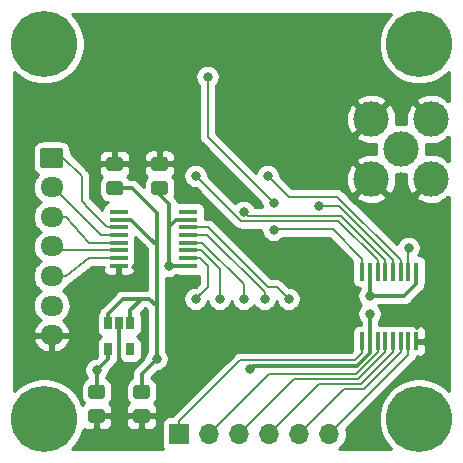
<source format=gbl>
G04 #@! TF.GenerationSoftware,KiCad,Pcbnew,(5.1.5)-3*
G04 #@! TF.CreationDate,2020-05-31T10:12:57-04:00*
G04 #@! TF.ProjectId,telemetry_breakout,74656c65-6d65-4747-9279-5f627265616b,rev?*
G04 #@! TF.SameCoordinates,Original*
G04 #@! TF.FileFunction,Copper,L2,Bot*
G04 #@! TF.FilePolarity,Positive*
%FSLAX46Y46*%
G04 Gerber Fmt 4.6, Leading zero omitted, Abs format (unit mm)*
G04 Created by KiCad (PCBNEW (5.1.5)-3) date 2020-05-31 10:12:57*
%MOMM*%
%LPD*%
G04 APERTURE LIST*
%ADD10C,5.600000*%
%ADD11C,3.000000*%
%ADD12C,2.100000*%
%ADD13C,2.000000*%
%ADD14C,0.100000*%
%ADD15R,0.450000X1.500000*%
%ADD16O,1.700000X1.700000*%
%ADD17R,1.700000X1.700000*%
%ADD18O,1.950000X1.700000*%
%ADD19R,1.500000X0.450000*%
%ADD20R,0.650000X1.060000*%
%ADD21C,0.800000*%
%ADD22C,0.304800*%
%ADD23C,0.203200*%
%ADD24C,0.254000*%
G04 APERTURE END LIST*
D10*
X192405000Y-113030000D03*
X192405000Y-81280000D03*
X224155000Y-81280000D03*
X224155000Y-113030000D03*
D11*
X225171000Y-92710000D03*
X225171000Y-87630000D03*
X220091000Y-92710000D03*
X220091000Y-87630000D03*
D12*
X222631000Y-90170000D03*
D13*
X220091000Y-87630000D03*
X225171000Y-87630000D03*
X225171000Y-92710000D03*
X220091000Y-92710000D03*
D11*
X222631000Y-90170000D03*
G04 #@! TA.AperFunction,SMDPad,CuDef*
D14*
G36*
X201134505Y-110161204D02*
G01*
X201158773Y-110164804D01*
X201182572Y-110170765D01*
X201205671Y-110179030D01*
X201227850Y-110189520D01*
X201248893Y-110202132D01*
X201268599Y-110216747D01*
X201286777Y-110233223D01*
X201303253Y-110251401D01*
X201317868Y-110271107D01*
X201330480Y-110292150D01*
X201340970Y-110314329D01*
X201349235Y-110337428D01*
X201355196Y-110361227D01*
X201358796Y-110385495D01*
X201360000Y-110409999D01*
X201360000Y-111060001D01*
X201358796Y-111084505D01*
X201355196Y-111108773D01*
X201349235Y-111132572D01*
X201340970Y-111155671D01*
X201330480Y-111177850D01*
X201317868Y-111198893D01*
X201303253Y-111218599D01*
X201286777Y-111236777D01*
X201268599Y-111253253D01*
X201248893Y-111267868D01*
X201227850Y-111280480D01*
X201205671Y-111290970D01*
X201182572Y-111299235D01*
X201158773Y-111305196D01*
X201134505Y-111308796D01*
X201110001Y-111310000D01*
X200209999Y-111310000D01*
X200185495Y-111308796D01*
X200161227Y-111305196D01*
X200137428Y-111299235D01*
X200114329Y-111290970D01*
X200092150Y-111280480D01*
X200071107Y-111267868D01*
X200051401Y-111253253D01*
X200033223Y-111236777D01*
X200016747Y-111218599D01*
X200002132Y-111198893D01*
X199989520Y-111177850D01*
X199979030Y-111155671D01*
X199970765Y-111132572D01*
X199964804Y-111108773D01*
X199961204Y-111084505D01*
X199960000Y-111060001D01*
X199960000Y-110409999D01*
X199961204Y-110385495D01*
X199964804Y-110361227D01*
X199970765Y-110337428D01*
X199979030Y-110314329D01*
X199989520Y-110292150D01*
X200002132Y-110271107D01*
X200016747Y-110251401D01*
X200033223Y-110233223D01*
X200051401Y-110216747D01*
X200071107Y-110202132D01*
X200092150Y-110189520D01*
X200114329Y-110179030D01*
X200137428Y-110170765D01*
X200161227Y-110164804D01*
X200185495Y-110161204D01*
X200209999Y-110160000D01*
X201110001Y-110160000D01*
X201134505Y-110161204D01*
G37*
G04 #@! TD.AperFunction*
G04 #@! TA.AperFunction,SMDPad,CuDef*
G36*
X201134505Y-112211204D02*
G01*
X201158773Y-112214804D01*
X201182572Y-112220765D01*
X201205671Y-112229030D01*
X201227850Y-112239520D01*
X201248893Y-112252132D01*
X201268599Y-112266747D01*
X201286777Y-112283223D01*
X201303253Y-112301401D01*
X201317868Y-112321107D01*
X201330480Y-112342150D01*
X201340970Y-112364329D01*
X201349235Y-112387428D01*
X201355196Y-112411227D01*
X201358796Y-112435495D01*
X201360000Y-112459999D01*
X201360000Y-113110001D01*
X201358796Y-113134505D01*
X201355196Y-113158773D01*
X201349235Y-113182572D01*
X201340970Y-113205671D01*
X201330480Y-113227850D01*
X201317868Y-113248893D01*
X201303253Y-113268599D01*
X201286777Y-113286777D01*
X201268599Y-113303253D01*
X201248893Y-113317868D01*
X201227850Y-113330480D01*
X201205671Y-113340970D01*
X201182572Y-113349235D01*
X201158773Y-113355196D01*
X201134505Y-113358796D01*
X201110001Y-113360000D01*
X200209999Y-113360000D01*
X200185495Y-113358796D01*
X200161227Y-113355196D01*
X200137428Y-113349235D01*
X200114329Y-113340970D01*
X200092150Y-113330480D01*
X200071107Y-113317868D01*
X200051401Y-113303253D01*
X200033223Y-113286777D01*
X200016747Y-113268599D01*
X200002132Y-113248893D01*
X199989520Y-113227850D01*
X199979030Y-113205671D01*
X199970765Y-113182572D01*
X199964804Y-113158773D01*
X199961204Y-113134505D01*
X199960000Y-113110001D01*
X199960000Y-112459999D01*
X199961204Y-112435495D01*
X199964804Y-112411227D01*
X199970765Y-112387428D01*
X199979030Y-112364329D01*
X199989520Y-112342150D01*
X200002132Y-112321107D01*
X200016747Y-112301401D01*
X200033223Y-112283223D01*
X200051401Y-112266747D01*
X200071107Y-112252132D01*
X200092150Y-112239520D01*
X200114329Y-112229030D01*
X200137428Y-112220765D01*
X200161227Y-112214804D01*
X200185495Y-112211204D01*
X200209999Y-112210000D01*
X201110001Y-112210000D01*
X201134505Y-112211204D01*
G37*
G04 #@! TD.AperFunction*
D15*
X219340000Y-106455000D03*
X219990000Y-106455000D03*
X220640000Y-106455000D03*
X221290000Y-106455000D03*
X221940000Y-106455000D03*
X222590000Y-106455000D03*
X223240000Y-106455000D03*
X223890000Y-106455000D03*
X223890000Y-100555000D03*
X223240000Y-100555000D03*
X222590000Y-100555000D03*
X221940000Y-100555000D03*
X221290000Y-100555000D03*
X220640000Y-100555000D03*
X219990000Y-100555000D03*
X219340000Y-100555000D03*
D16*
X216535000Y-114300000D03*
X213995000Y-114300000D03*
X211455000Y-114300000D03*
X208915000Y-114300000D03*
X206375000Y-114300000D03*
D17*
X203835000Y-114300000D03*
D18*
X193040000Y-105932000D03*
X193040000Y-103432000D03*
X193040000Y-100932000D03*
X193040000Y-98432000D03*
X193040000Y-95932000D03*
X193040000Y-93432000D03*
G04 #@! TA.AperFunction,ComponentPad*
D14*
G36*
X193789504Y-90083204D02*
G01*
X193813773Y-90086804D01*
X193837571Y-90092765D01*
X193860671Y-90101030D01*
X193882849Y-90111520D01*
X193903893Y-90124133D01*
X193923598Y-90138747D01*
X193941777Y-90155223D01*
X193958253Y-90173402D01*
X193972867Y-90193107D01*
X193985480Y-90214151D01*
X193995970Y-90236329D01*
X194004235Y-90259429D01*
X194010196Y-90283227D01*
X194013796Y-90307496D01*
X194015000Y-90332000D01*
X194015000Y-91532000D01*
X194013796Y-91556504D01*
X194010196Y-91580773D01*
X194004235Y-91604571D01*
X193995970Y-91627671D01*
X193985480Y-91649849D01*
X193972867Y-91670893D01*
X193958253Y-91690598D01*
X193941777Y-91708777D01*
X193923598Y-91725253D01*
X193903893Y-91739867D01*
X193882849Y-91752480D01*
X193860671Y-91762970D01*
X193837571Y-91771235D01*
X193813773Y-91777196D01*
X193789504Y-91780796D01*
X193765000Y-91782000D01*
X192315000Y-91782000D01*
X192290496Y-91780796D01*
X192266227Y-91777196D01*
X192242429Y-91771235D01*
X192219329Y-91762970D01*
X192197151Y-91752480D01*
X192176107Y-91739867D01*
X192156402Y-91725253D01*
X192138223Y-91708777D01*
X192121747Y-91690598D01*
X192107133Y-91670893D01*
X192094520Y-91649849D01*
X192084030Y-91627671D01*
X192075765Y-91604571D01*
X192069804Y-91580773D01*
X192066204Y-91556504D01*
X192065000Y-91532000D01*
X192065000Y-90332000D01*
X192066204Y-90307496D01*
X192069804Y-90283227D01*
X192075765Y-90259429D01*
X192084030Y-90236329D01*
X192094520Y-90214151D01*
X192107133Y-90193107D01*
X192121747Y-90173402D01*
X192138223Y-90155223D01*
X192156402Y-90138747D01*
X192176107Y-90124133D01*
X192197151Y-90111520D01*
X192219329Y-90101030D01*
X192242429Y-90092765D01*
X192266227Y-90086804D01*
X192290496Y-90083204D01*
X192315000Y-90082000D01*
X193765000Y-90082000D01*
X193789504Y-90083204D01*
G37*
G04 #@! TD.AperFunction*
D19*
X198726000Y-95515000D03*
X198726000Y-96165000D03*
X198726000Y-96815000D03*
X198726000Y-97465000D03*
X198726000Y-98115000D03*
X198726000Y-98765000D03*
X198726000Y-99415000D03*
X198726000Y-100065000D03*
X204626000Y-100065000D03*
X204626000Y-99415000D03*
X204626000Y-98765000D03*
X204626000Y-98115000D03*
X204626000Y-97465000D03*
X204626000Y-96815000D03*
X204626000Y-96165000D03*
X204626000Y-95515000D03*
D20*
X197805000Y-107145000D03*
X199705000Y-107145000D03*
X199705000Y-104945000D03*
X198755000Y-104945000D03*
X197805000Y-104945000D03*
G04 #@! TA.AperFunction,SMDPad,CuDef*
D14*
G36*
X202658505Y-92907204D02*
G01*
X202682773Y-92910804D01*
X202706572Y-92916765D01*
X202729671Y-92925030D01*
X202751850Y-92935520D01*
X202772893Y-92948132D01*
X202792599Y-92962747D01*
X202810777Y-92979223D01*
X202827253Y-92997401D01*
X202841868Y-93017107D01*
X202854480Y-93038150D01*
X202864970Y-93060329D01*
X202873235Y-93083428D01*
X202879196Y-93107227D01*
X202882796Y-93131495D01*
X202884000Y-93155999D01*
X202884000Y-93806001D01*
X202882796Y-93830505D01*
X202879196Y-93854773D01*
X202873235Y-93878572D01*
X202864970Y-93901671D01*
X202854480Y-93923850D01*
X202841868Y-93944893D01*
X202827253Y-93964599D01*
X202810777Y-93982777D01*
X202792599Y-93999253D01*
X202772893Y-94013868D01*
X202751850Y-94026480D01*
X202729671Y-94036970D01*
X202706572Y-94045235D01*
X202682773Y-94051196D01*
X202658505Y-94054796D01*
X202634001Y-94056000D01*
X201733999Y-94056000D01*
X201709495Y-94054796D01*
X201685227Y-94051196D01*
X201661428Y-94045235D01*
X201638329Y-94036970D01*
X201616150Y-94026480D01*
X201595107Y-94013868D01*
X201575401Y-93999253D01*
X201557223Y-93982777D01*
X201540747Y-93964599D01*
X201526132Y-93944893D01*
X201513520Y-93923850D01*
X201503030Y-93901671D01*
X201494765Y-93878572D01*
X201488804Y-93854773D01*
X201485204Y-93830505D01*
X201484000Y-93806001D01*
X201484000Y-93155999D01*
X201485204Y-93131495D01*
X201488804Y-93107227D01*
X201494765Y-93083428D01*
X201503030Y-93060329D01*
X201513520Y-93038150D01*
X201526132Y-93017107D01*
X201540747Y-92997401D01*
X201557223Y-92979223D01*
X201575401Y-92962747D01*
X201595107Y-92948132D01*
X201616150Y-92935520D01*
X201638329Y-92925030D01*
X201661428Y-92916765D01*
X201685227Y-92910804D01*
X201709495Y-92907204D01*
X201733999Y-92906000D01*
X202634001Y-92906000D01*
X202658505Y-92907204D01*
G37*
G04 #@! TD.AperFunction*
G04 #@! TA.AperFunction,SMDPad,CuDef*
G36*
X202658505Y-90857204D02*
G01*
X202682773Y-90860804D01*
X202706572Y-90866765D01*
X202729671Y-90875030D01*
X202751850Y-90885520D01*
X202772893Y-90898132D01*
X202792599Y-90912747D01*
X202810777Y-90929223D01*
X202827253Y-90947401D01*
X202841868Y-90967107D01*
X202854480Y-90988150D01*
X202864970Y-91010329D01*
X202873235Y-91033428D01*
X202879196Y-91057227D01*
X202882796Y-91081495D01*
X202884000Y-91105999D01*
X202884000Y-91756001D01*
X202882796Y-91780505D01*
X202879196Y-91804773D01*
X202873235Y-91828572D01*
X202864970Y-91851671D01*
X202854480Y-91873850D01*
X202841868Y-91894893D01*
X202827253Y-91914599D01*
X202810777Y-91932777D01*
X202792599Y-91949253D01*
X202772893Y-91963868D01*
X202751850Y-91976480D01*
X202729671Y-91986970D01*
X202706572Y-91995235D01*
X202682773Y-92001196D01*
X202658505Y-92004796D01*
X202634001Y-92006000D01*
X201733999Y-92006000D01*
X201709495Y-92004796D01*
X201685227Y-92001196D01*
X201661428Y-91995235D01*
X201638329Y-91986970D01*
X201616150Y-91976480D01*
X201595107Y-91963868D01*
X201575401Y-91949253D01*
X201557223Y-91932777D01*
X201540747Y-91914599D01*
X201526132Y-91894893D01*
X201513520Y-91873850D01*
X201503030Y-91851671D01*
X201494765Y-91828572D01*
X201488804Y-91804773D01*
X201485204Y-91780505D01*
X201484000Y-91756001D01*
X201484000Y-91105999D01*
X201485204Y-91081495D01*
X201488804Y-91057227D01*
X201494765Y-91033428D01*
X201503030Y-91010329D01*
X201513520Y-90988150D01*
X201526132Y-90967107D01*
X201540747Y-90947401D01*
X201557223Y-90929223D01*
X201575401Y-90912747D01*
X201595107Y-90898132D01*
X201616150Y-90885520D01*
X201638329Y-90875030D01*
X201661428Y-90866765D01*
X201685227Y-90860804D01*
X201709495Y-90857204D01*
X201733999Y-90856000D01*
X202634001Y-90856000D01*
X202658505Y-90857204D01*
G37*
G04 #@! TD.AperFunction*
G04 #@! TA.AperFunction,SMDPad,CuDef*
G36*
X197324505Y-110161204D02*
G01*
X197348773Y-110164804D01*
X197372572Y-110170765D01*
X197395671Y-110179030D01*
X197417850Y-110189520D01*
X197438893Y-110202132D01*
X197458599Y-110216747D01*
X197476777Y-110233223D01*
X197493253Y-110251401D01*
X197507868Y-110271107D01*
X197520480Y-110292150D01*
X197530970Y-110314329D01*
X197539235Y-110337428D01*
X197545196Y-110361227D01*
X197548796Y-110385495D01*
X197550000Y-110409999D01*
X197550000Y-111060001D01*
X197548796Y-111084505D01*
X197545196Y-111108773D01*
X197539235Y-111132572D01*
X197530970Y-111155671D01*
X197520480Y-111177850D01*
X197507868Y-111198893D01*
X197493253Y-111218599D01*
X197476777Y-111236777D01*
X197458599Y-111253253D01*
X197438893Y-111267868D01*
X197417850Y-111280480D01*
X197395671Y-111290970D01*
X197372572Y-111299235D01*
X197348773Y-111305196D01*
X197324505Y-111308796D01*
X197300001Y-111310000D01*
X196399999Y-111310000D01*
X196375495Y-111308796D01*
X196351227Y-111305196D01*
X196327428Y-111299235D01*
X196304329Y-111290970D01*
X196282150Y-111280480D01*
X196261107Y-111267868D01*
X196241401Y-111253253D01*
X196223223Y-111236777D01*
X196206747Y-111218599D01*
X196192132Y-111198893D01*
X196179520Y-111177850D01*
X196169030Y-111155671D01*
X196160765Y-111132572D01*
X196154804Y-111108773D01*
X196151204Y-111084505D01*
X196150000Y-111060001D01*
X196150000Y-110409999D01*
X196151204Y-110385495D01*
X196154804Y-110361227D01*
X196160765Y-110337428D01*
X196169030Y-110314329D01*
X196179520Y-110292150D01*
X196192132Y-110271107D01*
X196206747Y-110251401D01*
X196223223Y-110233223D01*
X196241401Y-110216747D01*
X196261107Y-110202132D01*
X196282150Y-110189520D01*
X196304329Y-110179030D01*
X196327428Y-110170765D01*
X196351227Y-110164804D01*
X196375495Y-110161204D01*
X196399999Y-110160000D01*
X197300001Y-110160000D01*
X197324505Y-110161204D01*
G37*
G04 #@! TD.AperFunction*
G04 #@! TA.AperFunction,SMDPad,CuDef*
G36*
X197324505Y-112211204D02*
G01*
X197348773Y-112214804D01*
X197372572Y-112220765D01*
X197395671Y-112229030D01*
X197417850Y-112239520D01*
X197438893Y-112252132D01*
X197458599Y-112266747D01*
X197476777Y-112283223D01*
X197493253Y-112301401D01*
X197507868Y-112321107D01*
X197520480Y-112342150D01*
X197530970Y-112364329D01*
X197539235Y-112387428D01*
X197545196Y-112411227D01*
X197548796Y-112435495D01*
X197550000Y-112459999D01*
X197550000Y-113110001D01*
X197548796Y-113134505D01*
X197545196Y-113158773D01*
X197539235Y-113182572D01*
X197530970Y-113205671D01*
X197520480Y-113227850D01*
X197507868Y-113248893D01*
X197493253Y-113268599D01*
X197476777Y-113286777D01*
X197458599Y-113303253D01*
X197438893Y-113317868D01*
X197417850Y-113330480D01*
X197395671Y-113340970D01*
X197372572Y-113349235D01*
X197348773Y-113355196D01*
X197324505Y-113358796D01*
X197300001Y-113360000D01*
X196399999Y-113360000D01*
X196375495Y-113358796D01*
X196351227Y-113355196D01*
X196327428Y-113349235D01*
X196304329Y-113340970D01*
X196282150Y-113330480D01*
X196261107Y-113317868D01*
X196241401Y-113303253D01*
X196223223Y-113286777D01*
X196206747Y-113268599D01*
X196192132Y-113248893D01*
X196179520Y-113227850D01*
X196169030Y-113205671D01*
X196160765Y-113182572D01*
X196154804Y-113158773D01*
X196151204Y-113134505D01*
X196150000Y-113110001D01*
X196150000Y-112459999D01*
X196151204Y-112435495D01*
X196154804Y-112411227D01*
X196160765Y-112387428D01*
X196169030Y-112364329D01*
X196179520Y-112342150D01*
X196192132Y-112321107D01*
X196206747Y-112301401D01*
X196223223Y-112283223D01*
X196241401Y-112266747D01*
X196261107Y-112252132D01*
X196282150Y-112239520D01*
X196304329Y-112229030D01*
X196327428Y-112220765D01*
X196351227Y-112214804D01*
X196375495Y-112211204D01*
X196399999Y-112210000D01*
X197300001Y-112210000D01*
X197324505Y-112211204D01*
G37*
G04 #@! TD.AperFunction*
G04 #@! TA.AperFunction,SMDPad,CuDef*
G36*
X198848505Y-92916204D02*
G01*
X198872773Y-92919804D01*
X198896572Y-92925765D01*
X198919671Y-92934030D01*
X198941850Y-92944520D01*
X198962893Y-92957132D01*
X198982599Y-92971747D01*
X199000777Y-92988223D01*
X199017253Y-93006401D01*
X199031868Y-93026107D01*
X199044480Y-93047150D01*
X199054970Y-93069329D01*
X199063235Y-93092428D01*
X199069196Y-93116227D01*
X199072796Y-93140495D01*
X199074000Y-93164999D01*
X199074000Y-93815001D01*
X199072796Y-93839505D01*
X199069196Y-93863773D01*
X199063235Y-93887572D01*
X199054970Y-93910671D01*
X199044480Y-93932850D01*
X199031868Y-93953893D01*
X199017253Y-93973599D01*
X199000777Y-93991777D01*
X198982599Y-94008253D01*
X198962893Y-94022868D01*
X198941850Y-94035480D01*
X198919671Y-94045970D01*
X198896572Y-94054235D01*
X198872773Y-94060196D01*
X198848505Y-94063796D01*
X198824001Y-94065000D01*
X197923999Y-94065000D01*
X197899495Y-94063796D01*
X197875227Y-94060196D01*
X197851428Y-94054235D01*
X197828329Y-94045970D01*
X197806150Y-94035480D01*
X197785107Y-94022868D01*
X197765401Y-94008253D01*
X197747223Y-93991777D01*
X197730747Y-93973599D01*
X197716132Y-93953893D01*
X197703520Y-93932850D01*
X197693030Y-93910671D01*
X197684765Y-93887572D01*
X197678804Y-93863773D01*
X197675204Y-93839505D01*
X197674000Y-93815001D01*
X197674000Y-93164999D01*
X197675204Y-93140495D01*
X197678804Y-93116227D01*
X197684765Y-93092428D01*
X197693030Y-93069329D01*
X197703520Y-93047150D01*
X197716132Y-93026107D01*
X197730747Y-93006401D01*
X197747223Y-92988223D01*
X197765401Y-92971747D01*
X197785107Y-92957132D01*
X197806150Y-92944520D01*
X197828329Y-92934030D01*
X197851428Y-92925765D01*
X197875227Y-92919804D01*
X197899495Y-92916204D01*
X197923999Y-92915000D01*
X198824001Y-92915000D01*
X198848505Y-92916204D01*
G37*
G04 #@! TD.AperFunction*
G04 #@! TA.AperFunction,SMDPad,CuDef*
G36*
X198848505Y-90866204D02*
G01*
X198872773Y-90869804D01*
X198896572Y-90875765D01*
X198919671Y-90884030D01*
X198941850Y-90894520D01*
X198962893Y-90907132D01*
X198982599Y-90921747D01*
X199000777Y-90938223D01*
X199017253Y-90956401D01*
X199031868Y-90976107D01*
X199044480Y-90997150D01*
X199054970Y-91019329D01*
X199063235Y-91042428D01*
X199069196Y-91066227D01*
X199072796Y-91090495D01*
X199074000Y-91114999D01*
X199074000Y-91765001D01*
X199072796Y-91789505D01*
X199069196Y-91813773D01*
X199063235Y-91837572D01*
X199054970Y-91860671D01*
X199044480Y-91882850D01*
X199031868Y-91903893D01*
X199017253Y-91923599D01*
X199000777Y-91941777D01*
X198982599Y-91958253D01*
X198962893Y-91972868D01*
X198941850Y-91985480D01*
X198919671Y-91995970D01*
X198896572Y-92004235D01*
X198872773Y-92010196D01*
X198848505Y-92013796D01*
X198824001Y-92015000D01*
X197923999Y-92015000D01*
X197899495Y-92013796D01*
X197875227Y-92010196D01*
X197851428Y-92004235D01*
X197828329Y-91995970D01*
X197806150Y-91985480D01*
X197785107Y-91972868D01*
X197765401Y-91958253D01*
X197747223Y-91941777D01*
X197730747Y-91923599D01*
X197716132Y-91903893D01*
X197703520Y-91882850D01*
X197693030Y-91860671D01*
X197684765Y-91837572D01*
X197678804Y-91813773D01*
X197675204Y-91789505D01*
X197674000Y-91765001D01*
X197674000Y-91114999D01*
X197675204Y-91090495D01*
X197678804Y-91066227D01*
X197684765Y-91042428D01*
X197693030Y-91019329D01*
X197703520Y-90997150D01*
X197716132Y-90976107D01*
X197730747Y-90956401D01*
X197747223Y-90938223D01*
X197765401Y-90921747D01*
X197785107Y-90907132D01*
X197806150Y-90894520D01*
X197828329Y-90884030D01*
X197851428Y-90875765D01*
X197875227Y-90869804D01*
X197899495Y-90866204D01*
X197923999Y-90865000D01*
X198824001Y-90865000D01*
X198848505Y-90866204D01*
G37*
G04 #@! TD.AperFunction*
D21*
X219964000Y-104140000D03*
X201930000Y-107950000D03*
X209804000Y-108778600D03*
X217170000Y-102870000D03*
X203200000Y-102870000D03*
X226314000Y-108966000D03*
X226314000Y-107950000D03*
X226314000Y-106934000D03*
X226314000Y-105918000D03*
X226314000Y-104902000D03*
X226314000Y-103886000D03*
X226314000Y-102870000D03*
X226314000Y-101854000D03*
X226314000Y-100838000D03*
X226314000Y-99822000D03*
X226314000Y-98806000D03*
X226314000Y-97790000D03*
X226314000Y-96774000D03*
X226314000Y-95758000D03*
X226314000Y-94742000D03*
X226314000Y-85598000D03*
X226314000Y-84582000D03*
X212852000Y-79248000D03*
X212852000Y-80264000D03*
X212852000Y-81280000D03*
X212852000Y-82296000D03*
X212852000Y-83312000D03*
X212852000Y-87376000D03*
X212852000Y-86360000D03*
X212852000Y-85344000D03*
X212852000Y-84328000D03*
X213868000Y-79248000D03*
X214884000Y-79248000D03*
X215900000Y-79248000D03*
X216916000Y-79248000D03*
X217932000Y-79248000D03*
X218948000Y-79248000D03*
X219964000Y-79248000D03*
X220980000Y-79248000D03*
X225044000Y-90170000D03*
X222631000Y-87757000D03*
X222631000Y-92583000D03*
X215646000Y-92710000D03*
X216662000Y-92710000D03*
X215646000Y-87630000D03*
X216662000Y-87630000D03*
X217678000Y-87630000D03*
X199390000Y-88900000D03*
X217678000Y-92710000D03*
X202946000Y-100076000D03*
X219964000Y-102616000D03*
X196850000Y-108890000D03*
X213106000Y-102870000D03*
X206248000Y-84074000D03*
X211836000Y-94742000D03*
X211074000Y-102870000D03*
X209296000Y-102870000D03*
X205232000Y-102870000D03*
X207264000Y-102870000D03*
X223266000Y-98552000D03*
X211328000Y-92456000D03*
X215646000Y-94996000D03*
X209291794Y-95508283D03*
X205232000Y-92456000D03*
X211836000Y-97028000D03*
D22*
X199780800Y-96165000D02*
X201295000Y-97679200D01*
X198726000Y-96165000D02*
X199780800Y-96165000D01*
X219990000Y-106455000D02*
X219990000Y-104166000D01*
X219990000Y-104166000D02*
X219964000Y-104140000D01*
X201311200Y-97679200D02*
X201930000Y-98298000D01*
X201295000Y-97679200D02*
X201311200Y-97679200D01*
X219990000Y-107414322D02*
X219990000Y-106455000D01*
X201930000Y-107950000D02*
X201930000Y-106680000D01*
X201930000Y-104140000D02*
X201930000Y-98298000D01*
X201930000Y-104140000D02*
X201930000Y-103505000D01*
X201930000Y-106680000D02*
X201930000Y-104140000D01*
X201930000Y-103505000D02*
X201295000Y-102870000D01*
X197805000Y-104110200D02*
X197805000Y-104945000D01*
X199045200Y-102870000D02*
X197805000Y-104110200D01*
X200660000Y-102870000D02*
X199705000Y-103825000D01*
X200660000Y-102870000D02*
X199045200Y-102870000D01*
X199705000Y-103825000D02*
X199705000Y-104945000D01*
X201295000Y-102870000D02*
X200660000Y-102870000D01*
X201930000Y-107950000D02*
X201930000Y-108195000D01*
X200660000Y-109220000D02*
X201930000Y-107950000D01*
X200660000Y-111125000D02*
X200660000Y-109220000D01*
D23*
X193040000Y-103432000D02*
X193165000Y-103432000D01*
D22*
X219990000Y-107414322D02*
X218873312Y-108531010D01*
X210051590Y-108531010D02*
X209804000Y-108778600D01*
X218873312Y-108531010D02*
X210051590Y-108531010D01*
X201930000Y-95575000D02*
X199836000Y-93481000D01*
X201930000Y-98298000D02*
X201930000Y-95575000D01*
X199827000Y-93490000D02*
X198374000Y-93490000D01*
X199836000Y-93481000D02*
X199827000Y-93490000D01*
X193040000Y-105932000D02*
X193040000Y-106045000D01*
X223890000Y-106455000D02*
X224565000Y-106455000D01*
X198755000Y-104945000D02*
X198755000Y-107950000D01*
X198726000Y-100065000D02*
X198726000Y-100936000D01*
X202957000Y-100065000D02*
X202946000Y-100076000D01*
X204626000Y-100065000D02*
X202957000Y-100065000D01*
X203571200Y-96165000D02*
X204626000Y-96165000D01*
X202946000Y-96790200D02*
X203571200Y-96165000D01*
X202946000Y-100076000D02*
X202946000Y-96790200D01*
X201676000Y-93481000D02*
X202376000Y-93481000D01*
X223901000Y-100566000D02*
X223890000Y-100555000D01*
X219990000Y-100555000D02*
X219990000Y-102590000D01*
X219990000Y-102590000D02*
X219964000Y-102616000D01*
X223890000Y-101609800D02*
X222883800Y-102616000D01*
X222883800Y-102616000D02*
X219964000Y-102616000D01*
X223890000Y-100555000D02*
X223890000Y-101609800D01*
X197805000Y-107145000D02*
X197805000Y-107935000D01*
X197805000Y-107935000D02*
X196850000Y-108890000D01*
X196850000Y-109220000D02*
X196850000Y-108890000D01*
X196850000Y-110490000D02*
X196850000Y-109220000D01*
X202946000Y-94818000D02*
X202946000Y-96790200D01*
X202184000Y-94056000D02*
X202946000Y-94818000D01*
X202184000Y-93481000D02*
X202184000Y-94056000D01*
D23*
X197674399Y-96716599D02*
X197772800Y-96815000D01*
X196215000Y-95250000D02*
X197674399Y-96716599D01*
X197772800Y-96815000D02*
X198726000Y-96815000D01*
X193040000Y-90932000D02*
X193167000Y-90932000D01*
X194015000Y-90932000D02*
X195580000Y-92497000D01*
X193040000Y-90932000D02*
X194015000Y-90932000D01*
X195580000Y-94615000D02*
X196215000Y-95250000D01*
X195580000Y-92497000D02*
X195580000Y-94615000D01*
X197772800Y-97465000D02*
X198726000Y-97465000D01*
X197198000Y-97465000D02*
X197772800Y-97465000D01*
X193165000Y-93432000D02*
X197198000Y-97465000D01*
X193040000Y-93432000D02*
X193165000Y-93432000D01*
X196215000Y-98115000D02*
X197772800Y-98115000D01*
X193040000Y-95932000D02*
X194218200Y-95932000D01*
X197772800Y-98115000D02*
X198726000Y-98115000D01*
X194218200Y-95932000D02*
X196215000Y-98115000D01*
X197772800Y-99415000D02*
X198726000Y-99415000D01*
X196215000Y-99415000D02*
X197772800Y-99415000D01*
X193040000Y-100932000D02*
X194218200Y-100932000D01*
X194218200Y-100932000D02*
X196215000Y-99415000D01*
X193373000Y-98765000D02*
X193040000Y-98432000D01*
X198726000Y-98765000D02*
X193373000Y-98765000D01*
X223240000Y-107595000D02*
X216535000Y-114300000D01*
X223240000Y-106455000D02*
X223240000Y-107595000D01*
X219508200Y-110490000D02*
X222590000Y-107408200D01*
X222590000Y-107408200D02*
X222590000Y-106455000D01*
X217805000Y-110490000D02*
X219508200Y-110490000D01*
X217805000Y-110490000D02*
X213995000Y-114300000D01*
X215668210Y-110086790D02*
X211455000Y-114300000D01*
X219261410Y-110086790D02*
X215668210Y-110086790D01*
X221940000Y-106455000D02*
X221940000Y-107408200D01*
X221940000Y-107408200D02*
X219261410Y-110086790D01*
X213531420Y-109683580D02*
X208915000Y-114300000D01*
X219014620Y-109683580D02*
X213531420Y-109683580D01*
X221290000Y-106455000D02*
X221290000Y-107408200D01*
X221290000Y-107408200D02*
X219014620Y-109683580D01*
X220640000Y-107408200D02*
X220640000Y-106455000D01*
X218828200Y-109220000D02*
X220640000Y-107408200D01*
X211455000Y-109220000D02*
X218828200Y-109220000D01*
X206375000Y-114300000D02*
X211455000Y-109220000D01*
X209004800Y-108077000D02*
X203835000Y-113246800D01*
X203835000Y-113246800D02*
X203835000Y-114300000D01*
X218685256Y-108077000D02*
X209004800Y-108077000D01*
X219340000Y-106455000D02*
X219340000Y-107422256D01*
X219340000Y-107422256D02*
X218685256Y-108077000D01*
X213043776Y-102870000D02*
X213106000Y-102870000D01*
X212090000Y-101854000D02*
X213106000Y-102870000D01*
X211328000Y-101854000D02*
X212090000Y-101854000D01*
X204626000Y-96815000D02*
X206289000Y-96815000D01*
X206289000Y-96815000D02*
X211328000Y-101854000D01*
X206248000Y-89154000D02*
X206248000Y-84074000D01*
X211836000Y-94742000D02*
X206248000Y-89154000D01*
X211074000Y-102304315D02*
X211074000Y-102870000D01*
X206234685Y-97465000D02*
X211074000Y-102304315D01*
X204626000Y-97465000D02*
X206234685Y-97465000D01*
X209296000Y-101600000D02*
X209296000Y-102362000D01*
X205811000Y-98115000D02*
X209296000Y-101600000D01*
X204626000Y-98115000D02*
X205811000Y-98115000D01*
X209296000Y-102304315D02*
X209296000Y-102362000D01*
X209296000Y-102362000D02*
X209296000Y-102870000D01*
X205677601Y-102424399D02*
X205631999Y-102470001D01*
X205631999Y-102470001D02*
X205232000Y-102870000D01*
X204626000Y-99415000D02*
X205579200Y-99415000D01*
X205579200Y-99415000D02*
X206248000Y-100083800D01*
X206248000Y-101854000D02*
X205232000Y-102870000D01*
X206248000Y-100083800D02*
X206248000Y-101854000D01*
X207264000Y-102304315D02*
X207264000Y-102870000D01*
X204626000Y-98765000D02*
X205699000Y-98765000D01*
X207264000Y-100330000D02*
X207264000Y-102304315D01*
X205699000Y-98765000D02*
X207264000Y-100330000D01*
X223240000Y-100555000D02*
X223240000Y-98578000D01*
X223240000Y-98578000D02*
X223266000Y-98552000D01*
X222590000Y-99601800D02*
X217222200Y-94234000D01*
X222590000Y-100555000D02*
X222590000Y-99601800D01*
X213106000Y-94234000D02*
X211328000Y-92456000D01*
X217222200Y-94234000D02*
X213106000Y-94234000D01*
X221940000Y-99601800D02*
X221940000Y-100555000D01*
X217334200Y-94996000D02*
X221940000Y-99601800D01*
X216662000Y-94996000D02*
X217334200Y-94996000D01*
X216662000Y-94996000D02*
X215646000Y-94996000D01*
X209646301Y-95862790D02*
X209291794Y-95508283D01*
X217550990Y-95862790D02*
X209646301Y-95862790D01*
X221290000Y-100555000D02*
X221290000Y-99601800D01*
X221290000Y-99601800D02*
X217550990Y-95862790D01*
X220640000Y-99601800D02*
X217304200Y-96266000D01*
X220640000Y-100555000D02*
X220640000Y-99601800D01*
X209042000Y-96266000D02*
X205232000Y-92456000D01*
X217304200Y-96266000D02*
X209042000Y-96266000D01*
X219340000Y-100555000D02*
X219340000Y-99452000D01*
X219340000Y-99452000D02*
X216855600Y-96967600D01*
X216855600Y-96967600D02*
X211896400Y-96967600D01*
X211896400Y-96967600D02*
X211836000Y-97028000D01*
D24*
G36*
X221486862Y-79090315D02*
G01*
X221110943Y-79652918D01*
X220852006Y-80278048D01*
X220720000Y-80941682D01*
X220720000Y-81618318D01*
X220852006Y-82281952D01*
X221110943Y-82907082D01*
X221486862Y-83469685D01*
X221965315Y-83948138D01*
X222527918Y-84324057D01*
X223153048Y-84582994D01*
X223816682Y-84715000D01*
X224493318Y-84715000D01*
X225156952Y-84582994D01*
X225782082Y-84324057D01*
X226344685Y-83948138D01*
X226670001Y-83622822D01*
X226670001Y-86095915D01*
X226597739Y-86023653D01*
X226483047Y-86138345D01*
X226327038Y-85822786D01*
X225952255Y-85631980D01*
X225547449Y-85517956D01*
X225128176Y-85485098D01*
X224710549Y-85534666D01*
X224310617Y-85664757D01*
X224014962Y-85822786D01*
X223858952Y-86138347D01*
X225171000Y-87450395D01*
X225185143Y-87436253D01*
X225364748Y-87615858D01*
X225350605Y-87630000D01*
X225364748Y-87644143D01*
X225185143Y-87823748D01*
X225171000Y-87809605D01*
X225156858Y-87823748D01*
X224977253Y-87644143D01*
X224991395Y-87630000D01*
X223679347Y-86317952D01*
X223363786Y-86473962D01*
X223172980Y-86848745D01*
X223058956Y-87253551D01*
X223026098Y-87672824D01*
X223074593Y-88081409D01*
X222841279Y-88035000D01*
X222420721Y-88035000D01*
X222181604Y-88082563D01*
X222203044Y-88006449D01*
X222235902Y-87587176D01*
X222186334Y-87169549D01*
X222056243Y-86769617D01*
X221898214Y-86473962D01*
X221582653Y-86317952D01*
X220270605Y-87630000D01*
X220284748Y-87644143D01*
X220105143Y-87823748D01*
X220091000Y-87809605D01*
X218778952Y-89121653D01*
X218934962Y-89437214D01*
X219309745Y-89628020D01*
X219714551Y-89742044D01*
X220133824Y-89774902D01*
X220542409Y-89726407D01*
X220496000Y-89959721D01*
X220496000Y-90380279D01*
X220543563Y-90619396D01*
X220467449Y-90597956D01*
X220048176Y-90565098D01*
X219630549Y-90614666D01*
X219230617Y-90744757D01*
X218934962Y-90902786D01*
X218778952Y-91218347D01*
X220091000Y-92530395D01*
X220105143Y-92516253D01*
X220284748Y-92695858D01*
X220270605Y-92710000D01*
X221582653Y-94022048D01*
X221898214Y-93866038D01*
X222089020Y-93491255D01*
X222203044Y-93086449D01*
X222235902Y-92667176D01*
X222187407Y-92258591D01*
X222420721Y-92305000D01*
X222841279Y-92305000D01*
X223080396Y-92257437D01*
X223058956Y-92333551D01*
X223026098Y-92752824D01*
X223075666Y-93170451D01*
X223205757Y-93570383D01*
X223363786Y-93866038D01*
X223679347Y-94022048D01*
X224991395Y-92710000D01*
X224977253Y-92695858D01*
X225156858Y-92516253D01*
X225171000Y-92530395D01*
X225185143Y-92516253D01*
X225364748Y-92695858D01*
X225350605Y-92710000D01*
X225364748Y-92724143D01*
X225185143Y-92903748D01*
X225171000Y-92889605D01*
X223858952Y-94201653D01*
X224014962Y-94517214D01*
X224389745Y-94708020D01*
X224794551Y-94822044D01*
X225213824Y-94854902D01*
X225631451Y-94805334D01*
X226031383Y-94675243D01*
X226327038Y-94517214D01*
X226483047Y-94201655D01*
X226597739Y-94316347D01*
X226670001Y-94244085D01*
X226670000Y-110687177D01*
X226344685Y-110361862D01*
X225782082Y-109985943D01*
X225156952Y-109727006D01*
X224493318Y-109595000D01*
X223816682Y-109595000D01*
X223153048Y-109727006D01*
X222527918Y-109985943D01*
X221965315Y-110361862D01*
X221486862Y-110840315D01*
X221110943Y-111402918D01*
X220852006Y-112028048D01*
X220720000Y-112691682D01*
X220720000Y-113368318D01*
X220852006Y-114031952D01*
X221110943Y-114657082D01*
X221486862Y-115219685D01*
X221812177Y-115545000D01*
X217344655Y-115545000D01*
X217481632Y-115453475D01*
X217688475Y-115246632D01*
X217850990Y-115003411D01*
X217962932Y-114733158D01*
X218020000Y-114446260D01*
X218020000Y-114153740D01*
X217970719Y-113905990D01*
X223735269Y-108141441D01*
X223763375Y-108118375D01*
X223787190Y-108089357D01*
X223855424Y-108006213D01*
X223873286Y-107972795D01*
X223923822Y-107878249D01*
X223935425Y-107840000D01*
X224017002Y-107840000D01*
X224017002Y-107710252D01*
X224146750Y-107840000D01*
X224248773Y-107828891D01*
X224367918Y-107790806D01*
X224477343Y-107730208D01*
X224572844Y-107649426D01*
X224650750Y-107551566D01*
X224708067Y-107440387D01*
X224742593Y-107320162D01*
X224753001Y-107195512D01*
X224750000Y-106740750D01*
X224591250Y-106582000D01*
X224103072Y-106582000D01*
X224103072Y-106328000D01*
X224591250Y-106328000D01*
X224750000Y-106169250D01*
X224753001Y-105714488D01*
X224742593Y-105589838D01*
X224708067Y-105469613D01*
X224650750Y-105358434D01*
X224572844Y-105260574D01*
X224477343Y-105179792D01*
X224367918Y-105119194D01*
X224248773Y-105081109D01*
X224146750Y-105070000D01*
X223988000Y-105228750D01*
X223988000Y-105341322D01*
X223916185Y-105253815D01*
X223819494Y-105174463D01*
X223709180Y-105115498D01*
X223665497Y-105102247D01*
X223633250Y-105070000D01*
X223568157Y-105077088D01*
X223465000Y-105066928D01*
X223015000Y-105066928D01*
X222915000Y-105076777D01*
X222815000Y-105066928D01*
X222365000Y-105066928D01*
X222265000Y-105076777D01*
X222165000Y-105066928D01*
X221715000Y-105066928D01*
X221615000Y-105076777D01*
X221515000Y-105066928D01*
X221065000Y-105066928D01*
X220965000Y-105076777D01*
X220865000Y-105066928D01*
X220777400Y-105066928D01*
X220777400Y-104785612D01*
X220881205Y-104630256D01*
X220959226Y-104441898D01*
X220999000Y-104241939D01*
X220999000Y-104038061D01*
X220959226Y-103838102D01*
X220881205Y-103649744D01*
X220767937Y-103480226D01*
X220691111Y-103403400D01*
X222845137Y-103403400D01*
X222883800Y-103407208D01*
X222922463Y-103403400D01*
X222922473Y-103403400D01*
X223038157Y-103392006D01*
X223186583Y-103346982D01*
X223323372Y-103273866D01*
X223443269Y-103175469D01*
X223467927Y-103145423D01*
X224419433Y-102193919D01*
X224449469Y-102169269D01*
X224474119Y-102139233D01*
X224474122Y-102139230D01*
X224547866Y-102049373D01*
X224620982Y-101912583D01*
X224666006Y-101764157D01*
X224666791Y-101756185D01*
X224677400Y-101648473D01*
X224677400Y-101648465D01*
X224681208Y-101609800D01*
X224679791Y-101595411D01*
X224704502Y-101549180D01*
X224740812Y-101429482D01*
X224753072Y-101305000D01*
X224753072Y-99805000D01*
X224740812Y-99680518D01*
X224704502Y-99560820D01*
X224645537Y-99450506D01*
X224566185Y-99353815D01*
X224469494Y-99274463D01*
X224359180Y-99215498D01*
X224239482Y-99179188D01*
X224115000Y-99166928D01*
X224099902Y-99166928D01*
X224183205Y-99042256D01*
X224261226Y-98853898D01*
X224301000Y-98653939D01*
X224301000Y-98450061D01*
X224261226Y-98250102D01*
X224183205Y-98061744D01*
X224069937Y-97892226D01*
X223925774Y-97748063D01*
X223756256Y-97634795D01*
X223567898Y-97556774D01*
X223367939Y-97517000D01*
X223164061Y-97517000D01*
X222964102Y-97556774D01*
X222775744Y-97634795D01*
X222606226Y-97748063D01*
X222462063Y-97892226D01*
X222348795Y-98061744D01*
X222273480Y-98243570D01*
X218231563Y-94201653D01*
X218778952Y-94201653D01*
X218934962Y-94517214D01*
X219309745Y-94708020D01*
X219714551Y-94822044D01*
X220133824Y-94854902D01*
X220551451Y-94805334D01*
X220951383Y-94675243D01*
X221247038Y-94517214D01*
X221403048Y-94201653D01*
X220091000Y-92889605D01*
X218778952Y-94201653D01*
X218231563Y-94201653D01*
X217768646Y-93738737D01*
X217745575Y-93710625D01*
X217633413Y-93618576D01*
X217505449Y-93550178D01*
X217366599Y-93508058D01*
X217258386Y-93497400D01*
X217258383Y-93497400D01*
X217222200Y-93493836D01*
X217186017Y-93497400D01*
X213411110Y-93497400D01*
X212666534Y-92752824D01*
X217946098Y-92752824D01*
X217995666Y-93170451D01*
X218125757Y-93570383D01*
X218283786Y-93866038D01*
X218599347Y-94022048D01*
X219911395Y-92710000D01*
X218599347Y-91397952D01*
X218283786Y-91553962D01*
X218092980Y-91928745D01*
X217978956Y-92333551D01*
X217946098Y-92752824D01*
X212666534Y-92752824D01*
X212363000Y-92449291D01*
X212363000Y-92354061D01*
X212323226Y-92154102D01*
X212245205Y-91965744D01*
X212131937Y-91796226D01*
X211987774Y-91652063D01*
X211818256Y-91538795D01*
X211629898Y-91460774D01*
X211429939Y-91421000D01*
X211226061Y-91421000D01*
X211026102Y-91460774D01*
X210837744Y-91538795D01*
X210668226Y-91652063D01*
X210524063Y-91796226D01*
X210410795Y-91965744D01*
X210332774Y-92154102D01*
X210325646Y-92189937D01*
X206984600Y-88848891D01*
X206984600Y-87672824D01*
X217946098Y-87672824D01*
X217995666Y-88090451D01*
X218125757Y-88490383D01*
X218283786Y-88786038D01*
X218599347Y-88942048D01*
X219911395Y-87630000D01*
X218599347Y-86317952D01*
X218283786Y-86473962D01*
X218092980Y-86848745D01*
X217978956Y-87253551D01*
X217946098Y-87672824D01*
X206984600Y-87672824D01*
X206984600Y-86138347D01*
X218778952Y-86138347D01*
X220091000Y-87450395D01*
X221403048Y-86138347D01*
X221247038Y-85822786D01*
X220872255Y-85631980D01*
X220467449Y-85517956D01*
X220048176Y-85485098D01*
X219630549Y-85534666D01*
X219230617Y-85664757D01*
X218934962Y-85822786D01*
X218778952Y-86138347D01*
X206984600Y-86138347D01*
X206984600Y-84801111D01*
X207051937Y-84733774D01*
X207165205Y-84564256D01*
X207243226Y-84375898D01*
X207283000Y-84175939D01*
X207283000Y-83972061D01*
X207243226Y-83772102D01*
X207165205Y-83583744D01*
X207051937Y-83414226D01*
X206907774Y-83270063D01*
X206738256Y-83156795D01*
X206549898Y-83078774D01*
X206349939Y-83039000D01*
X206146061Y-83039000D01*
X205946102Y-83078774D01*
X205757744Y-83156795D01*
X205588226Y-83270063D01*
X205444063Y-83414226D01*
X205330795Y-83583744D01*
X205252774Y-83772102D01*
X205213000Y-83972061D01*
X205213000Y-84175939D01*
X205252774Y-84375898D01*
X205330795Y-84564256D01*
X205444063Y-84733774D01*
X205511401Y-84801112D01*
X205511400Y-89117817D01*
X205507836Y-89154000D01*
X205511400Y-89190183D01*
X205511400Y-89190185D01*
X205522058Y-89298398D01*
X205564178Y-89437248D01*
X205632576Y-89565212D01*
X205724625Y-89677374D01*
X205752732Y-89700441D01*
X210801000Y-94748709D01*
X210801000Y-94843939D01*
X210840774Y-95043898D01*
X210874861Y-95126190D01*
X210253802Y-95126190D01*
X210208999Y-95018027D01*
X210095731Y-94848509D01*
X209951568Y-94704346D01*
X209782050Y-94591078D01*
X209593692Y-94513057D01*
X209393733Y-94473283D01*
X209189855Y-94473283D01*
X208989896Y-94513057D01*
X208801538Y-94591078D01*
X208632020Y-94704346D01*
X208577038Y-94759328D01*
X206267000Y-92449291D01*
X206267000Y-92354061D01*
X206227226Y-92154102D01*
X206149205Y-91965744D01*
X206035937Y-91796226D01*
X205891774Y-91652063D01*
X205722256Y-91538795D01*
X205533898Y-91460774D01*
X205333939Y-91421000D01*
X205130061Y-91421000D01*
X204930102Y-91460774D01*
X204741744Y-91538795D01*
X204572226Y-91652063D01*
X204428063Y-91796226D01*
X204314795Y-91965744D01*
X204236774Y-92154102D01*
X204197000Y-92354061D01*
X204197000Y-92557939D01*
X204236774Y-92757898D01*
X204314795Y-92946256D01*
X204428063Y-93115774D01*
X204572226Y-93259937D01*
X204741744Y-93373205D01*
X204930102Y-93451226D01*
X205130061Y-93491000D01*
X205225291Y-93491000D01*
X208495557Y-96761267D01*
X208518625Y-96789375D01*
X208630787Y-96881424D01*
X208758751Y-96949822D01*
X208856592Y-96979502D01*
X208897601Y-96991942D01*
X209042000Y-97006164D01*
X209078186Y-97002600D01*
X210801000Y-97002600D01*
X210801000Y-97129939D01*
X210840774Y-97329898D01*
X210918795Y-97518256D01*
X211032063Y-97687774D01*
X211176226Y-97831937D01*
X211345744Y-97945205D01*
X211534102Y-98023226D01*
X211734061Y-98063000D01*
X211937939Y-98063000D01*
X212137898Y-98023226D01*
X212326256Y-97945205D01*
X212495774Y-97831937D01*
X212623511Y-97704200D01*
X216550491Y-97704200D01*
X218497944Y-99651654D01*
X218489188Y-99680518D01*
X218476928Y-99805000D01*
X218476928Y-101305000D01*
X218489188Y-101429482D01*
X218525498Y-101549180D01*
X218584463Y-101659494D01*
X218663815Y-101756185D01*
X218760506Y-101835537D01*
X218870820Y-101894502D01*
X218990518Y-101930812D01*
X219115000Y-101943072D01*
X219173217Y-101943072D01*
X219160063Y-101956226D01*
X219046795Y-102125744D01*
X218968774Y-102314102D01*
X218929000Y-102514061D01*
X218929000Y-102717939D01*
X218968774Y-102917898D01*
X219046795Y-103106256D01*
X219160063Y-103275774D01*
X219262289Y-103378000D01*
X219160063Y-103480226D01*
X219046795Y-103649744D01*
X218968774Y-103838102D01*
X218929000Y-104038061D01*
X218929000Y-104241939D01*
X218968774Y-104441898D01*
X219046795Y-104630256D01*
X219160063Y-104799774D01*
X219202601Y-104842312D01*
X219202601Y-105066928D01*
X219115000Y-105066928D01*
X218990518Y-105079188D01*
X218870820Y-105115498D01*
X218760506Y-105174463D01*
X218663815Y-105253815D01*
X218584463Y-105350506D01*
X218525498Y-105460820D01*
X218489188Y-105580518D01*
X218476928Y-105705000D01*
X218476928Y-107205000D01*
X218480390Y-107240156D01*
X218380147Y-107340400D01*
X209040975Y-107340400D01*
X209004799Y-107336837D01*
X208968623Y-107340400D01*
X208968614Y-107340400D01*
X208860401Y-107351058D01*
X208721551Y-107393178D01*
X208593587Y-107461576D01*
X208481425Y-107553625D01*
X208458359Y-107581731D01*
X203339732Y-112700359D01*
X203311625Y-112723426D01*
X203238993Y-112811928D01*
X202985000Y-112811928D01*
X202860518Y-112824188D01*
X202740820Y-112860498D01*
X202630506Y-112919463D01*
X202533815Y-112998815D01*
X202454463Y-113095506D01*
X202395498Y-113205820D01*
X202359188Y-113325518D01*
X202346928Y-113450000D01*
X202346928Y-115150000D01*
X202359188Y-115274482D01*
X202395498Y-115394180D01*
X202454463Y-115504494D01*
X202487705Y-115545000D01*
X194747823Y-115545000D01*
X195073138Y-115219685D01*
X195449057Y-114657082D01*
X195707994Y-114031952D01*
X195744457Y-113848642D01*
X195795506Y-113890537D01*
X195905820Y-113949502D01*
X196025518Y-113985812D01*
X196150000Y-113998072D01*
X196564250Y-113995000D01*
X196723000Y-113836250D01*
X196723000Y-112912000D01*
X196977000Y-112912000D01*
X196977000Y-113836250D01*
X197135750Y-113995000D01*
X197550000Y-113998072D01*
X197674482Y-113985812D01*
X197794180Y-113949502D01*
X197904494Y-113890537D01*
X198001185Y-113811185D01*
X198080537Y-113714494D01*
X198139502Y-113604180D01*
X198175812Y-113484482D01*
X198188072Y-113360000D01*
X199321928Y-113360000D01*
X199334188Y-113484482D01*
X199370498Y-113604180D01*
X199429463Y-113714494D01*
X199508815Y-113811185D01*
X199605506Y-113890537D01*
X199715820Y-113949502D01*
X199835518Y-113985812D01*
X199960000Y-113998072D01*
X200374250Y-113995000D01*
X200533000Y-113836250D01*
X200533000Y-112912000D01*
X200787000Y-112912000D01*
X200787000Y-113836250D01*
X200945750Y-113995000D01*
X201360000Y-113998072D01*
X201484482Y-113985812D01*
X201604180Y-113949502D01*
X201714494Y-113890537D01*
X201811185Y-113811185D01*
X201890537Y-113714494D01*
X201949502Y-113604180D01*
X201985812Y-113484482D01*
X201998072Y-113360000D01*
X201995000Y-113070750D01*
X201836250Y-112912000D01*
X200787000Y-112912000D01*
X200533000Y-112912000D01*
X199483750Y-112912000D01*
X199325000Y-113070750D01*
X199321928Y-113360000D01*
X198188072Y-113360000D01*
X198185000Y-113070750D01*
X198026250Y-112912000D01*
X196977000Y-112912000D01*
X196723000Y-112912000D01*
X196703000Y-112912000D01*
X196703000Y-112658000D01*
X196723000Y-112658000D01*
X196723000Y-112638000D01*
X196977000Y-112638000D01*
X196977000Y-112658000D01*
X198026250Y-112658000D01*
X198185000Y-112499250D01*
X198188072Y-112210000D01*
X198175812Y-112085518D01*
X198139502Y-111965820D01*
X198080537Y-111855506D01*
X198001185Y-111758815D01*
X197921406Y-111693342D01*
X197927962Y-111687962D01*
X198038405Y-111553387D01*
X198120472Y-111399851D01*
X198171008Y-111233255D01*
X198188072Y-111060001D01*
X198188072Y-110409999D01*
X198171008Y-110236745D01*
X198120472Y-110070149D01*
X198038405Y-109916613D01*
X197927962Y-109782038D01*
X197793387Y-109671595D01*
X197639851Y-109589528D01*
X197637400Y-109588785D01*
X197637400Y-109566311D01*
X197653937Y-109549774D01*
X197767205Y-109380256D01*
X197845226Y-109191898D01*
X197885000Y-108991939D01*
X197885000Y-108968551D01*
X198334428Y-108519123D01*
X198364469Y-108494469D01*
X198442208Y-108399744D01*
X198462866Y-108374573D01*
X198535982Y-108237783D01*
X198544281Y-108210424D01*
X198566072Y-108138588D01*
X198581185Y-108126185D01*
X198660537Y-108029494D01*
X198719502Y-107919180D01*
X198755000Y-107802159D01*
X198790498Y-107919180D01*
X198849463Y-108029494D01*
X198928815Y-108126185D01*
X199025506Y-108205537D01*
X199135820Y-108264502D01*
X199255518Y-108300812D01*
X199380000Y-108313072D01*
X200030000Y-108313072D01*
X200154482Y-108300812D01*
X200274180Y-108264502D01*
X200384494Y-108205537D01*
X200481185Y-108126185D01*
X200560537Y-108029494D01*
X200619502Y-107919180D01*
X200655812Y-107799482D01*
X200668072Y-107675000D01*
X200668072Y-106615000D01*
X200655812Y-106490518D01*
X200619502Y-106370820D01*
X200560537Y-106260506D01*
X200481185Y-106163815D01*
X200384494Y-106084463D01*
X200310665Y-106045000D01*
X200384494Y-106005537D01*
X200481185Y-105926185D01*
X200560537Y-105829494D01*
X200619502Y-105719180D01*
X200655812Y-105599482D01*
X200668072Y-105475000D01*
X200668072Y-104415000D01*
X200655812Y-104290518D01*
X200619502Y-104170820D01*
X200568377Y-104075173D01*
X200977500Y-103666051D01*
X201142600Y-103831151D01*
X201142600Y-104178672D01*
X201142601Y-104178682D01*
X201142600Y-106718672D01*
X201142601Y-106718682D01*
X201142601Y-107273688D01*
X201126063Y-107290226D01*
X201012795Y-107459744D01*
X200934774Y-107648102D01*
X200895000Y-107848061D01*
X200895000Y-107871449D01*
X200130573Y-108635877D01*
X200100532Y-108660531D01*
X200038889Y-108735643D01*
X200002135Y-108780428D01*
X199929018Y-108917218D01*
X199883995Y-109065643D01*
X199868792Y-109220000D01*
X199872601Y-109258672D01*
X199872601Y-109588784D01*
X199870149Y-109589528D01*
X199716613Y-109671595D01*
X199582038Y-109782038D01*
X199471595Y-109916613D01*
X199389528Y-110070149D01*
X199338992Y-110236745D01*
X199321928Y-110409999D01*
X199321928Y-111060001D01*
X199338992Y-111233255D01*
X199389528Y-111399851D01*
X199471595Y-111553387D01*
X199582038Y-111687962D01*
X199588594Y-111693342D01*
X199508815Y-111758815D01*
X199429463Y-111855506D01*
X199370498Y-111965820D01*
X199334188Y-112085518D01*
X199321928Y-112210000D01*
X199325000Y-112499250D01*
X199483750Y-112658000D01*
X200533000Y-112658000D01*
X200533000Y-112638000D01*
X200787000Y-112638000D01*
X200787000Y-112658000D01*
X201836250Y-112658000D01*
X201995000Y-112499250D01*
X201998072Y-112210000D01*
X201985812Y-112085518D01*
X201949502Y-111965820D01*
X201890537Y-111855506D01*
X201811185Y-111758815D01*
X201731406Y-111693342D01*
X201737962Y-111687962D01*
X201848405Y-111553387D01*
X201930472Y-111399851D01*
X201981008Y-111233255D01*
X201998072Y-111060001D01*
X201998072Y-110409999D01*
X201981008Y-110236745D01*
X201930472Y-110070149D01*
X201848405Y-109916613D01*
X201737962Y-109782038D01*
X201603387Y-109671595D01*
X201449851Y-109589528D01*
X201447400Y-109588785D01*
X201447400Y-109546150D01*
X202008551Y-108985000D01*
X202031939Y-108985000D01*
X202231898Y-108945226D01*
X202420256Y-108867205D01*
X202589774Y-108753937D01*
X202733937Y-108609774D01*
X202847205Y-108440256D01*
X202925226Y-108251898D01*
X202965000Y-108051939D01*
X202965000Y-107848061D01*
X202925226Y-107648102D01*
X202847205Y-107459744D01*
X202733937Y-107290226D01*
X202717400Y-107273689D01*
X202717400Y-103543665D01*
X202721208Y-103505000D01*
X202717400Y-103466335D01*
X202717400Y-101085806D01*
X202844061Y-101111000D01*
X203047939Y-101111000D01*
X203247898Y-101071226D01*
X203436256Y-100993205D01*
X203605774Y-100879937D01*
X203615130Y-100870581D01*
X203631820Y-100879502D01*
X203751518Y-100915812D01*
X203876000Y-100928072D01*
X205376000Y-100928072D01*
X205500482Y-100915812D01*
X205511400Y-100912500D01*
X205511401Y-101548889D01*
X205225290Y-101835000D01*
X205130061Y-101835000D01*
X204930102Y-101874774D01*
X204741744Y-101952795D01*
X204572226Y-102066063D01*
X204428063Y-102210226D01*
X204314795Y-102379744D01*
X204236774Y-102568102D01*
X204197000Y-102768061D01*
X204197000Y-102971939D01*
X204236774Y-103171898D01*
X204314795Y-103360256D01*
X204428063Y-103529774D01*
X204572226Y-103673937D01*
X204741744Y-103787205D01*
X204930102Y-103865226D01*
X205130061Y-103905000D01*
X205333939Y-103905000D01*
X205533898Y-103865226D01*
X205722256Y-103787205D01*
X205891774Y-103673937D01*
X206035937Y-103529774D01*
X206149205Y-103360256D01*
X206227226Y-103171898D01*
X206248000Y-103067459D01*
X206268774Y-103171898D01*
X206346795Y-103360256D01*
X206460063Y-103529774D01*
X206604226Y-103673937D01*
X206773744Y-103787205D01*
X206962102Y-103865226D01*
X207162061Y-103905000D01*
X207365939Y-103905000D01*
X207565898Y-103865226D01*
X207754256Y-103787205D01*
X207923774Y-103673937D01*
X208067937Y-103529774D01*
X208181205Y-103360256D01*
X208259226Y-103171898D01*
X208280000Y-103067459D01*
X208300774Y-103171898D01*
X208378795Y-103360256D01*
X208492063Y-103529774D01*
X208636226Y-103673937D01*
X208805744Y-103787205D01*
X208994102Y-103865226D01*
X209194061Y-103905000D01*
X209397939Y-103905000D01*
X209597898Y-103865226D01*
X209786256Y-103787205D01*
X209955774Y-103673937D01*
X210099937Y-103529774D01*
X210185000Y-103402468D01*
X210270063Y-103529774D01*
X210414226Y-103673937D01*
X210583744Y-103787205D01*
X210772102Y-103865226D01*
X210972061Y-103905000D01*
X211175939Y-103905000D01*
X211375898Y-103865226D01*
X211564256Y-103787205D01*
X211733774Y-103673937D01*
X211877937Y-103529774D01*
X211991205Y-103360256D01*
X212069226Y-103171898D01*
X212090000Y-103067459D01*
X212110774Y-103171898D01*
X212188795Y-103360256D01*
X212302063Y-103529774D01*
X212446226Y-103673937D01*
X212615744Y-103787205D01*
X212804102Y-103865226D01*
X213004061Y-103905000D01*
X213207939Y-103905000D01*
X213407898Y-103865226D01*
X213596256Y-103787205D01*
X213765774Y-103673937D01*
X213909937Y-103529774D01*
X214023205Y-103360256D01*
X214101226Y-103171898D01*
X214141000Y-102971939D01*
X214141000Y-102768061D01*
X214101226Y-102568102D01*
X214023205Y-102379744D01*
X213909937Y-102210226D01*
X213765774Y-102066063D01*
X213596256Y-101952795D01*
X213407898Y-101874774D01*
X213207939Y-101835000D01*
X213112709Y-101835000D01*
X212636445Y-101358736D01*
X212613375Y-101330625D01*
X212501213Y-101238576D01*
X212373249Y-101170178D01*
X212234399Y-101128058D01*
X212126186Y-101117400D01*
X212126183Y-101117400D01*
X212090000Y-101113836D01*
X212053817Y-101117400D01*
X211633110Y-101117400D01*
X206835446Y-96319737D01*
X206812375Y-96291625D01*
X206700213Y-96199576D01*
X206572249Y-96131178D01*
X206433399Y-96089058D01*
X206325186Y-96078400D01*
X206325183Y-96078400D01*
X206289000Y-96074836D01*
X206252817Y-96078400D01*
X206014072Y-96078400D01*
X206014072Y-95940000D01*
X206004223Y-95840000D01*
X206014072Y-95740000D01*
X206014072Y-95290000D01*
X206001812Y-95165518D01*
X205965502Y-95045820D01*
X205906537Y-94935506D01*
X205827185Y-94838815D01*
X205730494Y-94759463D01*
X205620180Y-94700498D01*
X205500482Y-94664188D01*
X205376000Y-94651928D01*
X203876000Y-94651928D01*
X203751518Y-94664188D01*
X203722914Y-94672865D01*
X203722006Y-94663643D01*
X203676982Y-94515217D01*
X203654568Y-94473283D01*
X203603866Y-94378427D01*
X203530122Y-94288570D01*
X203530119Y-94288567D01*
X203505469Y-94258531D01*
X203475434Y-94233882D01*
X203431110Y-94189558D01*
X203454472Y-94145851D01*
X203505008Y-93979255D01*
X203522072Y-93806001D01*
X203522072Y-93155999D01*
X203505008Y-92982745D01*
X203454472Y-92816149D01*
X203372405Y-92662613D01*
X203261962Y-92528038D01*
X203255406Y-92522658D01*
X203335185Y-92457185D01*
X203414537Y-92360494D01*
X203473502Y-92250180D01*
X203509812Y-92130482D01*
X203522072Y-92006000D01*
X203519000Y-91716750D01*
X203360250Y-91558000D01*
X202311000Y-91558000D01*
X202311000Y-91578000D01*
X202057000Y-91578000D01*
X202057000Y-91558000D01*
X201007750Y-91558000D01*
X200849000Y-91716750D01*
X200845928Y-92006000D01*
X200858188Y-92130482D01*
X200894498Y-92250180D01*
X200953463Y-92360494D01*
X201032815Y-92457185D01*
X201112594Y-92522658D01*
X201106038Y-92528038D01*
X200995595Y-92662613D01*
X200913528Y-92816149D01*
X200862992Y-92982745D01*
X200845928Y-93155999D01*
X200845928Y-93377378D01*
X200420128Y-92951577D01*
X200395469Y-92921531D01*
X200275572Y-92823134D01*
X200138782Y-92750018D01*
X199990357Y-92704995D01*
X199836000Y-92689792D01*
X199705960Y-92702600D01*
X199578968Y-92702600D01*
X199562405Y-92671613D01*
X199451962Y-92537038D01*
X199445406Y-92531658D01*
X199525185Y-92466185D01*
X199604537Y-92369494D01*
X199663502Y-92259180D01*
X199699812Y-92139482D01*
X199712072Y-92015000D01*
X199709000Y-91725750D01*
X199550250Y-91567000D01*
X198501000Y-91567000D01*
X198501000Y-91587000D01*
X198247000Y-91587000D01*
X198247000Y-91567000D01*
X197197750Y-91567000D01*
X197039000Y-91725750D01*
X197035928Y-92015000D01*
X197048188Y-92139482D01*
X197084498Y-92259180D01*
X197143463Y-92369494D01*
X197222815Y-92466185D01*
X197302594Y-92531658D01*
X197296038Y-92537038D01*
X197185595Y-92671613D01*
X197103528Y-92825149D01*
X197052992Y-92991745D01*
X197035928Y-93164999D01*
X197035928Y-93815001D01*
X197052992Y-93988255D01*
X197103528Y-94154851D01*
X197185595Y-94308387D01*
X197296038Y-94442962D01*
X197430613Y-94553405D01*
X197584149Y-94635472D01*
X197750745Y-94686008D01*
X197772518Y-94688152D01*
X197731820Y-94700498D01*
X197621506Y-94759463D01*
X197524815Y-94838815D01*
X197445463Y-94935506D01*
X197386498Y-95045820D01*
X197350188Y-95165518D01*
X197337928Y-95290000D01*
X197337928Y-95334186D01*
X196762026Y-94755444D01*
X196761442Y-94754732D01*
X196736150Y-94729440D01*
X196711610Y-94704779D01*
X196710919Y-94704209D01*
X196316600Y-94309891D01*
X196316600Y-92533175D01*
X196320163Y-92496999D01*
X196316600Y-92460823D01*
X196316600Y-92460814D01*
X196305942Y-92352601D01*
X196263822Y-92213751D01*
X196195424Y-92085787D01*
X196145854Y-92025386D01*
X196126442Y-92001732D01*
X196126437Y-92001727D01*
X196103374Y-91973625D01*
X196075273Y-91950563D01*
X194989710Y-90865000D01*
X197035928Y-90865000D01*
X197039000Y-91154250D01*
X197197750Y-91313000D01*
X198247000Y-91313000D01*
X198247000Y-90388750D01*
X198501000Y-90388750D01*
X198501000Y-91313000D01*
X199550250Y-91313000D01*
X199709000Y-91154250D01*
X199712072Y-90865000D01*
X199711186Y-90856000D01*
X200845928Y-90856000D01*
X200849000Y-91145250D01*
X201007750Y-91304000D01*
X202057000Y-91304000D01*
X202057000Y-90379750D01*
X202311000Y-90379750D01*
X202311000Y-91304000D01*
X203360250Y-91304000D01*
X203519000Y-91145250D01*
X203522072Y-90856000D01*
X203509812Y-90731518D01*
X203473502Y-90611820D01*
X203414537Y-90501506D01*
X203335185Y-90404815D01*
X203238494Y-90325463D01*
X203128180Y-90266498D01*
X203008482Y-90230188D01*
X202884000Y-90217928D01*
X202469750Y-90221000D01*
X202311000Y-90379750D01*
X202057000Y-90379750D01*
X201898250Y-90221000D01*
X201484000Y-90217928D01*
X201359518Y-90230188D01*
X201239820Y-90266498D01*
X201129506Y-90325463D01*
X201032815Y-90404815D01*
X200953463Y-90501506D01*
X200894498Y-90611820D01*
X200858188Y-90731518D01*
X200845928Y-90856000D01*
X199711186Y-90856000D01*
X199699812Y-90740518D01*
X199663502Y-90620820D01*
X199604537Y-90510506D01*
X199525185Y-90413815D01*
X199428494Y-90334463D01*
X199318180Y-90275498D01*
X199198482Y-90239188D01*
X199074000Y-90226928D01*
X198659750Y-90230000D01*
X198501000Y-90388750D01*
X198247000Y-90388750D01*
X198088250Y-90230000D01*
X197674000Y-90226928D01*
X197549518Y-90239188D01*
X197429820Y-90275498D01*
X197319506Y-90334463D01*
X197222815Y-90413815D01*
X197143463Y-90510506D01*
X197084498Y-90620820D01*
X197048188Y-90740518D01*
X197035928Y-90865000D01*
X194989710Y-90865000D01*
X194653072Y-90528363D01*
X194653072Y-90332000D01*
X194636008Y-90158746D01*
X194585472Y-89992150D01*
X194503405Y-89838614D01*
X194392962Y-89704038D01*
X194258386Y-89593595D01*
X194104850Y-89511528D01*
X193938254Y-89460992D01*
X193765000Y-89443928D01*
X192315000Y-89443928D01*
X192141746Y-89460992D01*
X191975150Y-89511528D01*
X191821614Y-89593595D01*
X191687038Y-89704038D01*
X191576595Y-89838614D01*
X191494528Y-89992150D01*
X191443992Y-90158746D01*
X191426928Y-90332000D01*
X191426928Y-91532000D01*
X191443992Y-91705254D01*
X191494528Y-91871850D01*
X191576595Y-92025386D01*
X191687038Y-92159962D01*
X191821614Y-92270405D01*
X191923337Y-92324777D01*
X191859866Y-92376866D01*
X191674294Y-92602986D01*
X191536401Y-92860966D01*
X191451487Y-93140889D01*
X191422815Y-93432000D01*
X191451487Y-93723111D01*
X191536401Y-94003034D01*
X191674294Y-94261014D01*
X191859866Y-94487134D01*
X192085986Y-94672706D01*
X192103374Y-94682000D01*
X192085986Y-94691294D01*
X191859866Y-94876866D01*
X191674294Y-95102986D01*
X191536401Y-95360966D01*
X191451487Y-95640889D01*
X191422815Y-95932000D01*
X191451487Y-96223111D01*
X191536401Y-96503034D01*
X191674294Y-96761014D01*
X191859866Y-96987134D01*
X192085986Y-97172706D01*
X192103374Y-97182000D01*
X192085986Y-97191294D01*
X191859866Y-97376866D01*
X191674294Y-97602986D01*
X191536401Y-97860966D01*
X191451487Y-98140889D01*
X191422815Y-98432000D01*
X191451487Y-98723111D01*
X191536401Y-99003034D01*
X191674294Y-99261014D01*
X191859866Y-99487134D01*
X192085986Y-99672706D01*
X192103374Y-99682000D01*
X192085986Y-99691294D01*
X191859866Y-99876866D01*
X191674294Y-100102986D01*
X191536401Y-100360966D01*
X191451487Y-100640889D01*
X191422815Y-100932000D01*
X191451487Y-101223111D01*
X191536401Y-101503034D01*
X191674294Y-101761014D01*
X191859866Y-101987134D01*
X192085986Y-102172706D01*
X192103374Y-102182000D01*
X192085986Y-102191294D01*
X191859866Y-102376866D01*
X191674294Y-102602986D01*
X191536401Y-102860966D01*
X191451487Y-103140889D01*
X191422815Y-103432000D01*
X191451487Y-103723111D01*
X191536401Y-104003034D01*
X191674294Y-104261014D01*
X191859866Y-104487134D01*
X192085986Y-104672706D01*
X192111722Y-104686462D01*
X191905571Y-104842951D01*
X191712504Y-105060807D01*
X191565648Y-105312142D01*
X191473524Y-105575110D01*
X191594845Y-105805000D01*
X192913000Y-105805000D01*
X192913000Y-105785000D01*
X193167000Y-105785000D01*
X193167000Y-105805000D01*
X194485155Y-105805000D01*
X194606476Y-105575110D01*
X194514352Y-105312142D01*
X194367496Y-105060807D01*
X194174429Y-104842951D01*
X193968278Y-104686462D01*
X193994014Y-104672706D01*
X194220134Y-104487134D01*
X194405706Y-104261014D01*
X194543599Y-104003034D01*
X194628513Y-103723111D01*
X194657185Y-103432000D01*
X194628513Y-103140889D01*
X194543599Y-102860966D01*
X194405706Y-102602986D01*
X194220134Y-102376866D01*
X193994014Y-102191294D01*
X193976626Y-102182000D01*
X193994014Y-102172706D01*
X194220134Y-101987134D01*
X194405706Y-101761014D01*
X194479803Y-101622388D01*
X194501449Y-101615822D01*
X194521286Y-101605219D01*
X194542370Y-101597399D01*
X194585123Y-101571098D01*
X194629413Y-101547424D01*
X194674827Y-101510154D01*
X196463069Y-100151600D01*
X197341000Y-100151600D01*
X197341000Y-100192002D01*
X197470748Y-100192002D01*
X197341000Y-100321750D01*
X197352109Y-100423773D01*
X197390194Y-100542918D01*
X197450792Y-100652343D01*
X197531574Y-100747844D01*
X197629434Y-100825750D01*
X197740613Y-100883067D01*
X197860838Y-100917593D01*
X197985488Y-100928001D01*
X198440250Y-100925000D01*
X198599000Y-100766250D01*
X198599000Y-100278072D01*
X198853000Y-100278072D01*
X198853000Y-100766250D01*
X199011750Y-100925000D01*
X199466512Y-100928001D01*
X199591162Y-100917593D01*
X199711387Y-100883067D01*
X199822566Y-100825750D01*
X199920426Y-100747844D01*
X200001208Y-100652343D01*
X200061806Y-100542918D01*
X200099891Y-100423773D01*
X200111000Y-100321750D01*
X199952250Y-100163000D01*
X199839678Y-100163000D01*
X199927185Y-100091185D01*
X200006537Y-99994494D01*
X200065502Y-99884180D01*
X200078753Y-99840497D01*
X200111000Y-99808250D01*
X200103912Y-99743157D01*
X200114072Y-99640000D01*
X200114072Y-99190000D01*
X200104223Y-99090000D01*
X200114072Y-98990000D01*
X200114072Y-98540000D01*
X200104223Y-98440000D01*
X200114072Y-98340000D01*
X200114072Y-97890000D01*
X200104223Y-97790000D01*
X200114072Y-97690000D01*
X200114072Y-97611823D01*
X200710881Y-98208633D01*
X200735531Y-98238669D01*
X200765567Y-98263319D01*
X200765569Y-98263321D01*
X200807825Y-98297999D01*
X200855428Y-98337066D01*
X200855616Y-98337167D01*
X201142601Y-98624152D01*
X201142600Y-102082600D01*
X200698663Y-102082600D01*
X200660000Y-102078792D01*
X200621337Y-102082600D01*
X199083865Y-102082600D01*
X199045200Y-102078792D01*
X199006535Y-102082600D01*
X199006527Y-102082600D01*
X198890843Y-102093994D01*
X198742417Y-102139018D01*
X198605628Y-102212134D01*
X198515770Y-102285878D01*
X198515767Y-102285881D01*
X198485731Y-102310531D01*
X198461081Y-102340567D01*
X197275577Y-103526073D01*
X197245531Y-103550731D01*
X197147134Y-103670629D01*
X197074018Y-103807418D01*
X197028994Y-103955844D01*
X197028126Y-103964654D01*
X196949463Y-104060506D01*
X196890498Y-104170820D01*
X196854188Y-104290518D01*
X196841928Y-104415000D01*
X196841928Y-105475000D01*
X196854188Y-105599482D01*
X196890498Y-105719180D01*
X196949463Y-105829494D01*
X197028815Y-105926185D01*
X197125506Y-106005537D01*
X197199335Y-106045000D01*
X197125506Y-106084463D01*
X197028815Y-106163815D01*
X196949463Y-106260506D01*
X196890498Y-106370820D01*
X196854188Y-106490518D01*
X196841928Y-106615000D01*
X196841928Y-107675000D01*
X196851747Y-107774702D01*
X196771449Y-107855000D01*
X196748061Y-107855000D01*
X196548102Y-107894774D01*
X196359744Y-107972795D01*
X196190226Y-108086063D01*
X196046063Y-108230226D01*
X195932795Y-108399744D01*
X195854774Y-108588102D01*
X195815000Y-108788061D01*
X195815000Y-108991939D01*
X195854774Y-109191898D01*
X195932795Y-109380256D01*
X196046063Y-109549774D01*
X196062601Y-109566312D01*
X196062601Y-109588784D01*
X196060149Y-109589528D01*
X195906613Y-109671595D01*
X195772038Y-109782038D01*
X195661595Y-109916613D01*
X195579528Y-110070149D01*
X195528992Y-110236745D01*
X195511928Y-110409999D01*
X195511928Y-111060001D01*
X195528992Y-111233255D01*
X195579528Y-111399851D01*
X195661595Y-111553387D01*
X195772038Y-111687962D01*
X195778594Y-111693342D01*
X195698815Y-111758815D01*
X195630802Y-111841689D01*
X195449057Y-111402918D01*
X195073138Y-110840315D01*
X194594685Y-110361862D01*
X194032082Y-109985943D01*
X193406952Y-109727006D01*
X192743318Y-109595000D01*
X192066682Y-109595000D01*
X191403048Y-109727006D01*
X190777918Y-109985943D01*
X190215315Y-110361862D01*
X189890000Y-110687177D01*
X189890000Y-106288890D01*
X191473524Y-106288890D01*
X191565648Y-106551858D01*
X191712504Y-106803193D01*
X191905571Y-107021049D01*
X192137430Y-107197053D01*
X192399170Y-107324442D01*
X192680733Y-107398320D01*
X192913000Y-107258165D01*
X192913000Y-106059000D01*
X193167000Y-106059000D01*
X193167000Y-107258165D01*
X193399267Y-107398320D01*
X193680830Y-107324442D01*
X193942570Y-107197053D01*
X194174429Y-107021049D01*
X194367496Y-106803193D01*
X194514352Y-106551858D01*
X194606476Y-106288890D01*
X194485155Y-106059000D01*
X193167000Y-106059000D01*
X192913000Y-106059000D01*
X191594845Y-106059000D01*
X191473524Y-106288890D01*
X189890000Y-106288890D01*
X189890000Y-83622823D01*
X190215315Y-83948138D01*
X190777918Y-84324057D01*
X191403048Y-84582994D01*
X192066682Y-84715000D01*
X192743318Y-84715000D01*
X193406952Y-84582994D01*
X194032082Y-84324057D01*
X194594685Y-83948138D01*
X195073138Y-83469685D01*
X195449057Y-82907082D01*
X195707994Y-82281952D01*
X195840000Y-81618318D01*
X195840000Y-80941682D01*
X195707994Y-80278048D01*
X195449057Y-79652918D01*
X195073138Y-79090315D01*
X194747823Y-78765000D01*
X221812177Y-78765000D01*
X221486862Y-79090315D01*
G37*
X221486862Y-79090315D02*
X221110943Y-79652918D01*
X220852006Y-80278048D01*
X220720000Y-80941682D01*
X220720000Y-81618318D01*
X220852006Y-82281952D01*
X221110943Y-82907082D01*
X221486862Y-83469685D01*
X221965315Y-83948138D01*
X222527918Y-84324057D01*
X223153048Y-84582994D01*
X223816682Y-84715000D01*
X224493318Y-84715000D01*
X225156952Y-84582994D01*
X225782082Y-84324057D01*
X226344685Y-83948138D01*
X226670001Y-83622822D01*
X226670001Y-86095915D01*
X226597739Y-86023653D01*
X226483047Y-86138345D01*
X226327038Y-85822786D01*
X225952255Y-85631980D01*
X225547449Y-85517956D01*
X225128176Y-85485098D01*
X224710549Y-85534666D01*
X224310617Y-85664757D01*
X224014962Y-85822786D01*
X223858952Y-86138347D01*
X225171000Y-87450395D01*
X225185143Y-87436253D01*
X225364748Y-87615858D01*
X225350605Y-87630000D01*
X225364748Y-87644143D01*
X225185143Y-87823748D01*
X225171000Y-87809605D01*
X225156858Y-87823748D01*
X224977253Y-87644143D01*
X224991395Y-87630000D01*
X223679347Y-86317952D01*
X223363786Y-86473962D01*
X223172980Y-86848745D01*
X223058956Y-87253551D01*
X223026098Y-87672824D01*
X223074593Y-88081409D01*
X222841279Y-88035000D01*
X222420721Y-88035000D01*
X222181604Y-88082563D01*
X222203044Y-88006449D01*
X222235902Y-87587176D01*
X222186334Y-87169549D01*
X222056243Y-86769617D01*
X221898214Y-86473962D01*
X221582653Y-86317952D01*
X220270605Y-87630000D01*
X220284748Y-87644143D01*
X220105143Y-87823748D01*
X220091000Y-87809605D01*
X218778952Y-89121653D01*
X218934962Y-89437214D01*
X219309745Y-89628020D01*
X219714551Y-89742044D01*
X220133824Y-89774902D01*
X220542409Y-89726407D01*
X220496000Y-89959721D01*
X220496000Y-90380279D01*
X220543563Y-90619396D01*
X220467449Y-90597956D01*
X220048176Y-90565098D01*
X219630549Y-90614666D01*
X219230617Y-90744757D01*
X218934962Y-90902786D01*
X218778952Y-91218347D01*
X220091000Y-92530395D01*
X220105143Y-92516253D01*
X220284748Y-92695858D01*
X220270605Y-92710000D01*
X221582653Y-94022048D01*
X221898214Y-93866038D01*
X222089020Y-93491255D01*
X222203044Y-93086449D01*
X222235902Y-92667176D01*
X222187407Y-92258591D01*
X222420721Y-92305000D01*
X222841279Y-92305000D01*
X223080396Y-92257437D01*
X223058956Y-92333551D01*
X223026098Y-92752824D01*
X223075666Y-93170451D01*
X223205757Y-93570383D01*
X223363786Y-93866038D01*
X223679347Y-94022048D01*
X224991395Y-92710000D01*
X224977253Y-92695858D01*
X225156858Y-92516253D01*
X225171000Y-92530395D01*
X225185143Y-92516253D01*
X225364748Y-92695858D01*
X225350605Y-92710000D01*
X225364748Y-92724143D01*
X225185143Y-92903748D01*
X225171000Y-92889605D01*
X223858952Y-94201653D01*
X224014962Y-94517214D01*
X224389745Y-94708020D01*
X224794551Y-94822044D01*
X225213824Y-94854902D01*
X225631451Y-94805334D01*
X226031383Y-94675243D01*
X226327038Y-94517214D01*
X226483047Y-94201655D01*
X226597739Y-94316347D01*
X226670001Y-94244085D01*
X226670000Y-110687177D01*
X226344685Y-110361862D01*
X225782082Y-109985943D01*
X225156952Y-109727006D01*
X224493318Y-109595000D01*
X223816682Y-109595000D01*
X223153048Y-109727006D01*
X222527918Y-109985943D01*
X221965315Y-110361862D01*
X221486862Y-110840315D01*
X221110943Y-111402918D01*
X220852006Y-112028048D01*
X220720000Y-112691682D01*
X220720000Y-113368318D01*
X220852006Y-114031952D01*
X221110943Y-114657082D01*
X221486862Y-115219685D01*
X221812177Y-115545000D01*
X217344655Y-115545000D01*
X217481632Y-115453475D01*
X217688475Y-115246632D01*
X217850990Y-115003411D01*
X217962932Y-114733158D01*
X218020000Y-114446260D01*
X218020000Y-114153740D01*
X217970719Y-113905990D01*
X223735269Y-108141441D01*
X223763375Y-108118375D01*
X223787190Y-108089357D01*
X223855424Y-108006213D01*
X223873286Y-107972795D01*
X223923822Y-107878249D01*
X223935425Y-107840000D01*
X224017002Y-107840000D01*
X224017002Y-107710252D01*
X224146750Y-107840000D01*
X224248773Y-107828891D01*
X224367918Y-107790806D01*
X224477343Y-107730208D01*
X224572844Y-107649426D01*
X224650750Y-107551566D01*
X224708067Y-107440387D01*
X224742593Y-107320162D01*
X224753001Y-107195512D01*
X224750000Y-106740750D01*
X224591250Y-106582000D01*
X224103072Y-106582000D01*
X224103072Y-106328000D01*
X224591250Y-106328000D01*
X224750000Y-106169250D01*
X224753001Y-105714488D01*
X224742593Y-105589838D01*
X224708067Y-105469613D01*
X224650750Y-105358434D01*
X224572844Y-105260574D01*
X224477343Y-105179792D01*
X224367918Y-105119194D01*
X224248773Y-105081109D01*
X224146750Y-105070000D01*
X223988000Y-105228750D01*
X223988000Y-105341322D01*
X223916185Y-105253815D01*
X223819494Y-105174463D01*
X223709180Y-105115498D01*
X223665497Y-105102247D01*
X223633250Y-105070000D01*
X223568157Y-105077088D01*
X223465000Y-105066928D01*
X223015000Y-105066928D01*
X222915000Y-105076777D01*
X222815000Y-105066928D01*
X222365000Y-105066928D01*
X222265000Y-105076777D01*
X222165000Y-105066928D01*
X221715000Y-105066928D01*
X221615000Y-105076777D01*
X221515000Y-105066928D01*
X221065000Y-105066928D01*
X220965000Y-105076777D01*
X220865000Y-105066928D01*
X220777400Y-105066928D01*
X220777400Y-104785612D01*
X220881205Y-104630256D01*
X220959226Y-104441898D01*
X220999000Y-104241939D01*
X220999000Y-104038061D01*
X220959226Y-103838102D01*
X220881205Y-103649744D01*
X220767937Y-103480226D01*
X220691111Y-103403400D01*
X222845137Y-103403400D01*
X222883800Y-103407208D01*
X222922463Y-103403400D01*
X222922473Y-103403400D01*
X223038157Y-103392006D01*
X223186583Y-103346982D01*
X223323372Y-103273866D01*
X223443269Y-103175469D01*
X223467927Y-103145423D01*
X224419433Y-102193919D01*
X224449469Y-102169269D01*
X224474119Y-102139233D01*
X224474122Y-102139230D01*
X224547866Y-102049373D01*
X224620982Y-101912583D01*
X224666006Y-101764157D01*
X224666791Y-101756185D01*
X224677400Y-101648473D01*
X224677400Y-101648465D01*
X224681208Y-101609800D01*
X224679791Y-101595411D01*
X224704502Y-101549180D01*
X224740812Y-101429482D01*
X224753072Y-101305000D01*
X224753072Y-99805000D01*
X224740812Y-99680518D01*
X224704502Y-99560820D01*
X224645537Y-99450506D01*
X224566185Y-99353815D01*
X224469494Y-99274463D01*
X224359180Y-99215498D01*
X224239482Y-99179188D01*
X224115000Y-99166928D01*
X224099902Y-99166928D01*
X224183205Y-99042256D01*
X224261226Y-98853898D01*
X224301000Y-98653939D01*
X224301000Y-98450061D01*
X224261226Y-98250102D01*
X224183205Y-98061744D01*
X224069937Y-97892226D01*
X223925774Y-97748063D01*
X223756256Y-97634795D01*
X223567898Y-97556774D01*
X223367939Y-97517000D01*
X223164061Y-97517000D01*
X222964102Y-97556774D01*
X222775744Y-97634795D01*
X222606226Y-97748063D01*
X222462063Y-97892226D01*
X222348795Y-98061744D01*
X222273480Y-98243570D01*
X218231563Y-94201653D01*
X218778952Y-94201653D01*
X218934962Y-94517214D01*
X219309745Y-94708020D01*
X219714551Y-94822044D01*
X220133824Y-94854902D01*
X220551451Y-94805334D01*
X220951383Y-94675243D01*
X221247038Y-94517214D01*
X221403048Y-94201653D01*
X220091000Y-92889605D01*
X218778952Y-94201653D01*
X218231563Y-94201653D01*
X217768646Y-93738737D01*
X217745575Y-93710625D01*
X217633413Y-93618576D01*
X217505449Y-93550178D01*
X217366599Y-93508058D01*
X217258386Y-93497400D01*
X217258383Y-93497400D01*
X217222200Y-93493836D01*
X217186017Y-93497400D01*
X213411110Y-93497400D01*
X212666534Y-92752824D01*
X217946098Y-92752824D01*
X217995666Y-93170451D01*
X218125757Y-93570383D01*
X218283786Y-93866038D01*
X218599347Y-94022048D01*
X219911395Y-92710000D01*
X218599347Y-91397952D01*
X218283786Y-91553962D01*
X218092980Y-91928745D01*
X217978956Y-92333551D01*
X217946098Y-92752824D01*
X212666534Y-92752824D01*
X212363000Y-92449291D01*
X212363000Y-92354061D01*
X212323226Y-92154102D01*
X212245205Y-91965744D01*
X212131937Y-91796226D01*
X211987774Y-91652063D01*
X211818256Y-91538795D01*
X211629898Y-91460774D01*
X211429939Y-91421000D01*
X211226061Y-91421000D01*
X211026102Y-91460774D01*
X210837744Y-91538795D01*
X210668226Y-91652063D01*
X210524063Y-91796226D01*
X210410795Y-91965744D01*
X210332774Y-92154102D01*
X210325646Y-92189937D01*
X206984600Y-88848891D01*
X206984600Y-87672824D01*
X217946098Y-87672824D01*
X217995666Y-88090451D01*
X218125757Y-88490383D01*
X218283786Y-88786038D01*
X218599347Y-88942048D01*
X219911395Y-87630000D01*
X218599347Y-86317952D01*
X218283786Y-86473962D01*
X218092980Y-86848745D01*
X217978956Y-87253551D01*
X217946098Y-87672824D01*
X206984600Y-87672824D01*
X206984600Y-86138347D01*
X218778952Y-86138347D01*
X220091000Y-87450395D01*
X221403048Y-86138347D01*
X221247038Y-85822786D01*
X220872255Y-85631980D01*
X220467449Y-85517956D01*
X220048176Y-85485098D01*
X219630549Y-85534666D01*
X219230617Y-85664757D01*
X218934962Y-85822786D01*
X218778952Y-86138347D01*
X206984600Y-86138347D01*
X206984600Y-84801111D01*
X207051937Y-84733774D01*
X207165205Y-84564256D01*
X207243226Y-84375898D01*
X207283000Y-84175939D01*
X207283000Y-83972061D01*
X207243226Y-83772102D01*
X207165205Y-83583744D01*
X207051937Y-83414226D01*
X206907774Y-83270063D01*
X206738256Y-83156795D01*
X206549898Y-83078774D01*
X206349939Y-83039000D01*
X206146061Y-83039000D01*
X205946102Y-83078774D01*
X205757744Y-83156795D01*
X205588226Y-83270063D01*
X205444063Y-83414226D01*
X205330795Y-83583744D01*
X205252774Y-83772102D01*
X205213000Y-83972061D01*
X205213000Y-84175939D01*
X205252774Y-84375898D01*
X205330795Y-84564256D01*
X205444063Y-84733774D01*
X205511401Y-84801112D01*
X205511400Y-89117817D01*
X205507836Y-89154000D01*
X205511400Y-89190183D01*
X205511400Y-89190185D01*
X205522058Y-89298398D01*
X205564178Y-89437248D01*
X205632576Y-89565212D01*
X205724625Y-89677374D01*
X205752732Y-89700441D01*
X210801000Y-94748709D01*
X210801000Y-94843939D01*
X210840774Y-95043898D01*
X210874861Y-95126190D01*
X210253802Y-95126190D01*
X210208999Y-95018027D01*
X210095731Y-94848509D01*
X209951568Y-94704346D01*
X209782050Y-94591078D01*
X209593692Y-94513057D01*
X209393733Y-94473283D01*
X209189855Y-94473283D01*
X208989896Y-94513057D01*
X208801538Y-94591078D01*
X208632020Y-94704346D01*
X208577038Y-94759328D01*
X206267000Y-92449291D01*
X206267000Y-92354061D01*
X206227226Y-92154102D01*
X206149205Y-91965744D01*
X206035937Y-91796226D01*
X205891774Y-91652063D01*
X205722256Y-91538795D01*
X205533898Y-91460774D01*
X205333939Y-91421000D01*
X205130061Y-91421000D01*
X204930102Y-91460774D01*
X204741744Y-91538795D01*
X204572226Y-91652063D01*
X204428063Y-91796226D01*
X204314795Y-91965744D01*
X204236774Y-92154102D01*
X204197000Y-92354061D01*
X204197000Y-92557939D01*
X204236774Y-92757898D01*
X204314795Y-92946256D01*
X204428063Y-93115774D01*
X204572226Y-93259937D01*
X204741744Y-93373205D01*
X204930102Y-93451226D01*
X205130061Y-93491000D01*
X205225291Y-93491000D01*
X208495557Y-96761267D01*
X208518625Y-96789375D01*
X208630787Y-96881424D01*
X208758751Y-96949822D01*
X208856592Y-96979502D01*
X208897601Y-96991942D01*
X209042000Y-97006164D01*
X209078186Y-97002600D01*
X210801000Y-97002600D01*
X210801000Y-97129939D01*
X210840774Y-97329898D01*
X210918795Y-97518256D01*
X211032063Y-97687774D01*
X211176226Y-97831937D01*
X211345744Y-97945205D01*
X211534102Y-98023226D01*
X211734061Y-98063000D01*
X211937939Y-98063000D01*
X212137898Y-98023226D01*
X212326256Y-97945205D01*
X212495774Y-97831937D01*
X212623511Y-97704200D01*
X216550491Y-97704200D01*
X218497944Y-99651654D01*
X218489188Y-99680518D01*
X218476928Y-99805000D01*
X218476928Y-101305000D01*
X218489188Y-101429482D01*
X218525498Y-101549180D01*
X218584463Y-101659494D01*
X218663815Y-101756185D01*
X218760506Y-101835537D01*
X218870820Y-101894502D01*
X218990518Y-101930812D01*
X219115000Y-101943072D01*
X219173217Y-101943072D01*
X219160063Y-101956226D01*
X219046795Y-102125744D01*
X218968774Y-102314102D01*
X218929000Y-102514061D01*
X218929000Y-102717939D01*
X218968774Y-102917898D01*
X219046795Y-103106256D01*
X219160063Y-103275774D01*
X219262289Y-103378000D01*
X219160063Y-103480226D01*
X219046795Y-103649744D01*
X218968774Y-103838102D01*
X218929000Y-104038061D01*
X218929000Y-104241939D01*
X218968774Y-104441898D01*
X219046795Y-104630256D01*
X219160063Y-104799774D01*
X219202601Y-104842312D01*
X219202601Y-105066928D01*
X219115000Y-105066928D01*
X218990518Y-105079188D01*
X218870820Y-105115498D01*
X218760506Y-105174463D01*
X218663815Y-105253815D01*
X218584463Y-105350506D01*
X218525498Y-105460820D01*
X218489188Y-105580518D01*
X218476928Y-105705000D01*
X218476928Y-107205000D01*
X218480390Y-107240156D01*
X218380147Y-107340400D01*
X209040975Y-107340400D01*
X209004799Y-107336837D01*
X208968623Y-107340400D01*
X208968614Y-107340400D01*
X208860401Y-107351058D01*
X208721551Y-107393178D01*
X208593587Y-107461576D01*
X208481425Y-107553625D01*
X208458359Y-107581731D01*
X203339732Y-112700359D01*
X203311625Y-112723426D01*
X203238993Y-112811928D01*
X202985000Y-112811928D01*
X202860518Y-112824188D01*
X202740820Y-112860498D01*
X202630506Y-112919463D01*
X202533815Y-112998815D01*
X202454463Y-113095506D01*
X202395498Y-113205820D01*
X202359188Y-113325518D01*
X202346928Y-113450000D01*
X202346928Y-115150000D01*
X202359188Y-115274482D01*
X202395498Y-115394180D01*
X202454463Y-115504494D01*
X202487705Y-115545000D01*
X194747823Y-115545000D01*
X195073138Y-115219685D01*
X195449057Y-114657082D01*
X195707994Y-114031952D01*
X195744457Y-113848642D01*
X195795506Y-113890537D01*
X195905820Y-113949502D01*
X196025518Y-113985812D01*
X196150000Y-113998072D01*
X196564250Y-113995000D01*
X196723000Y-113836250D01*
X196723000Y-112912000D01*
X196977000Y-112912000D01*
X196977000Y-113836250D01*
X197135750Y-113995000D01*
X197550000Y-113998072D01*
X197674482Y-113985812D01*
X197794180Y-113949502D01*
X197904494Y-113890537D01*
X198001185Y-113811185D01*
X198080537Y-113714494D01*
X198139502Y-113604180D01*
X198175812Y-113484482D01*
X198188072Y-113360000D01*
X199321928Y-113360000D01*
X199334188Y-113484482D01*
X199370498Y-113604180D01*
X199429463Y-113714494D01*
X199508815Y-113811185D01*
X199605506Y-113890537D01*
X199715820Y-113949502D01*
X199835518Y-113985812D01*
X199960000Y-113998072D01*
X200374250Y-113995000D01*
X200533000Y-113836250D01*
X200533000Y-112912000D01*
X200787000Y-112912000D01*
X200787000Y-113836250D01*
X200945750Y-113995000D01*
X201360000Y-113998072D01*
X201484482Y-113985812D01*
X201604180Y-113949502D01*
X201714494Y-113890537D01*
X201811185Y-113811185D01*
X201890537Y-113714494D01*
X201949502Y-113604180D01*
X201985812Y-113484482D01*
X201998072Y-113360000D01*
X201995000Y-113070750D01*
X201836250Y-112912000D01*
X200787000Y-112912000D01*
X200533000Y-112912000D01*
X199483750Y-112912000D01*
X199325000Y-113070750D01*
X199321928Y-113360000D01*
X198188072Y-113360000D01*
X198185000Y-113070750D01*
X198026250Y-112912000D01*
X196977000Y-112912000D01*
X196723000Y-112912000D01*
X196703000Y-112912000D01*
X196703000Y-112658000D01*
X196723000Y-112658000D01*
X196723000Y-112638000D01*
X196977000Y-112638000D01*
X196977000Y-112658000D01*
X198026250Y-112658000D01*
X198185000Y-112499250D01*
X198188072Y-112210000D01*
X198175812Y-112085518D01*
X198139502Y-111965820D01*
X198080537Y-111855506D01*
X198001185Y-111758815D01*
X197921406Y-111693342D01*
X197927962Y-111687962D01*
X198038405Y-111553387D01*
X198120472Y-111399851D01*
X198171008Y-111233255D01*
X198188072Y-111060001D01*
X198188072Y-110409999D01*
X198171008Y-110236745D01*
X198120472Y-110070149D01*
X198038405Y-109916613D01*
X197927962Y-109782038D01*
X197793387Y-109671595D01*
X197639851Y-109589528D01*
X197637400Y-109588785D01*
X197637400Y-109566311D01*
X197653937Y-109549774D01*
X197767205Y-109380256D01*
X197845226Y-109191898D01*
X197885000Y-108991939D01*
X197885000Y-108968551D01*
X198334428Y-108519123D01*
X198364469Y-108494469D01*
X198442208Y-108399744D01*
X198462866Y-108374573D01*
X198535982Y-108237783D01*
X198544281Y-108210424D01*
X198566072Y-108138588D01*
X198581185Y-108126185D01*
X198660537Y-108029494D01*
X198719502Y-107919180D01*
X198755000Y-107802159D01*
X198790498Y-107919180D01*
X198849463Y-108029494D01*
X198928815Y-108126185D01*
X199025506Y-108205537D01*
X199135820Y-108264502D01*
X199255518Y-108300812D01*
X199380000Y-108313072D01*
X200030000Y-108313072D01*
X200154482Y-108300812D01*
X200274180Y-108264502D01*
X200384494Y-108205537D01*
X200481185Y-108126185D01*
X200560537Y-108029494D01*
X200619502Y-107919180D01*
X200655812Y-107799482D01*
X200668072Y-107675000D01*
X200668072Y-106615000D01*
X200655812Y-106490518D01*
X200619502Y-106370820D01*
X200560537Y-106260506D01*
X200481185Y-106163815D01*
X200384494Y-106084463D01*
X200310665Y-106045000D01*
X200384494Y-106005537D01*
X200481185Y-105926185D01*
X200560537Y-105829494D01*
X200619502Y-105719180D01*
X200655812Y-105599482D01*
X200668072Y-105475000D01*
X200668072Y-104415000D01*
X200655812Y-104290518D01*
X200619502Y-104170820D01*
X200568377Y-104075173D01*
X200977500Y-103666051D01*
X201142600Y-103831151D01*
X201142600Y-104178672D01*
X201142601Y-104178682D01*
X201142600Y-106718672D01*
X201142601Y-106718682D01*
X201142601Y-107273688D01*
X201126063Y-107290226D01*
X201012795Y-107459744D01*
X200934774Y-107648102D01*
X200895000Y-107848061D01*
X200895000Y-107871449D01*
X200130573Y-108635877D01*
X200100532Y-108660531D01*
X200038889Y-108735643D01*
X200002135Y-108780428D01*
X199929018Y-108917218D01*
X199883995Y-109065643D01*
X199868792Y-109220000D01*
X199872601Y-109258672D01*
X199872601Y-109588784D01*
X199870149Y-109589528D01*
X199716613Y-109671595D01*
X199582038Y-109782038D01*
X199471595Y-109916613D01*
X199389528Y-110070149D01*
X199338992Y-110236745D01*
X199321928Y-110409999D01*
X199321928Y-111060001D01*
X199338992Y-111233255D01*
X199389528Y-111399851D01*
X199471595Y-111553387D01*
X199582038Y-111687962D01*
X199588594Y-111693342D01*
X199508815Y-111758815D01*
X199429463Y-111855506D01*
X199370498Y-111965820D01*
X199334188Y-112085518D01*
X199321928Y-112210000D01*
X199325000Y-112499250D01*
X199483750Y-112658000D01*
X200533000Y-112658000D01*
X200533000Y-112638000D01*
X200787000Y-112638000D01*
X200787000Y-112658000D01*
X201836250Y-112658000D01*
X201995000Y-112499250D01*
X201998072Y-112210000D01*
X201985812Y-112085518D01*
X201949502Y-111965820D01*
X201890537Y-111855506D01*
X201811185Y-111758815D01*
X201731406Y-111693342D01*
X201737962Y-111687962D01*
X201848405Y-111553387D01*
X201930472Y-111399851D01*
X201981008Y-111233255D01*
X201998072Y-111060001D01*
X201998072Y-110409999D01*
X201981008Y-110236745D01*
X201930472Y-110070149D01*
X201848405Y-109916613D01*
X201737962Y-109782038D01*
X201603387Y-109671595D01*
X201449851Y-109589528D01*
X201447400Y-109588785D01*
X201447400Y-109546150D01*
X202008551Y-108985000D01*
X202031939Y-108985000D01*
X202231898Y-108945226D01*
X202420256Y-108867205D01*
X202589774Y-108753937D01*
X202733937Y-108609774D01*
X202847205Y-108440256D01*
X202925226Y-108251898D01*
X202965000Y-108051939D01*
X202965000Y-107848061D01*
X202925226Y-107648102D01*
X202847205Y-107459744D01*
X202733937Y-107290226D01*
X202717400Y-107273689D01*
X202717400Y-103543665D01*
X202721208Y-103505000D01*
X202717400Y-103466335D01*
X202717400Y-101085806D01*
X202844061Y-101111000D01*
X203047939Y-101111000D01*
X203247898Y-101071226D01*
X203436256Y-100993205D01*
X203605774Y-100879937D01*
X203615130Y-100870581D01*
X203631820Y-100879502D01*
X203751518Y-100915812D01*
X203876000Y-100928072D01*
X205376000Y-100928072D01*
X205500482Y-100915812D01*
X205511400Y-100912500D01*
X205511401Y-101548889D01*
X205225290Y-101835000D01*
X205130061Y-101835000D01*
X204930102Y-101874774D01*
X204741744Y-101952795D01*
X204572226Y-102066063D01*
X204428063Y-102210226D01*
X204314795Y-102379744D01*
X204236774Y-102568102D01*
X204197000Y-102768061D01*
X204197000Y-102971939D01*
X204236774Y-103171898D01*
X204314795Y-103360256D01*
X204428063Y-103529774D01*
X204572226Y-103673937D01*
X204741744Y-103787205D01*
X204930102Y-103865226D01*
X205130061Y-103905000D01*
X205333939Y-103905000D01*
X205533898Y-103865226D01*
X205722256Y-103787205D01*
X205891774Y-103673937D01*
X206035937Y-103529774D01*
X206149205Y-103360256D01*
X206227226Y-103171898D01*
X206248000Y-103067459D01*
X206268774Y-103171898D01*
X206346795Y-103360256D01*
X206460063Y-103529774D01*
X206604226Y-103673937D01*
X206773744Y-103787205D01*
X206962102Y-103865226D01*
X207162061Y-103905000D01*
X207365939Y-103905000D01*
X207565898Y-103865226D01*
X207754256Y-103787205D01*
X207923774Y-103673937D01*
X208067937Y-103529774D01*
X208181205Y-103360256D01*
X208259226Y-103171898D01*
X208280000Y-103067459D01*
X208300774Y-103171898D01*
X208378795Y-103360256D01*
X208492063Y-103529774D01*
X208636226Y-103673937D01*
X208805744Y-103787205D01*
X208994102Y-103865226D01*
X209194061Y-103905000D01*
X209397939Y-103905000D01*
X209597898Y-103865226D01*
X209786256Y-103787205D01*
X209955774Y-103673937D01*
X210099937Y-103529774D01*
X210185000Y-103402468D01*
X210270063Y-103529774D01*
X210414226Y-103673937D01*
X210583744Y-103787205D01*
X210772102Y-103865226D01*
X210972061Y-103905000D01*
X211175939Y-103905000D01*
X211375898Y-103865226D01*
X211564256Y-103787205D01*
X211733774Y-103673937D01*
X211877937Y-103529774D01*
X211991205Y-103360256D01*
X212069226Y-103171898D01*
X212090000Y-103067459D01*
X212110774Y-103171898D01*
X212188795Y-103360256D01*
X212302063Y-103529774D01*
X212446226Y-103673937D01*
X212615744Y-103787205D01*
X212804102Y-103865226D01*
X213004061Y-103905000D01*
X213207939Y-103905000D01*
X213407898Y-103865226D01*
X213596256Y-103787205D01*
X213765774Y-103673937D01*
X213909937Y-103529774D01*
X214023205Y-103360256D01*
X214101226Y-103171898D01*
X214141000Y-102971939D01*
X214141000Y-102768061D01*
X214101226Y-102568102D01*
X214023205Y-102379744D01*
X213909937Y-102210226D01*
X213765774Y-102066063D01*
X213596256Y-101952795D01*
X213407898Y-101874774D01*
X213207939Y-101835000D01*
X213112709Y-101835000D01*
X212636445Y-101358736D01*
X212613375Y-101330625D01*
X212501213Y-101238576D01*
X212373249Y-101170178D01*
X212234399Y-101128058D01*
X212126186Y-101117400D01*
X212126183Y-101117400D01*
X212090000Y-101113836D01*
X212053817Y-101117400D01*
X211633110Y-101117400D01*
X206835446Y-96319737D01*
X206812375Y-96291625D01*
X206700213Y-96199576D01*
X206572249Y-96131178D01*
X206433399Y-96089058D01*
X206325186Y-96078400D01*
X206325183Y-96078400D01*
X206289000Y-96074836D01*
X206252817Y-96078400D01*
X206014072Y-96078400D01*
X206014072Y-95940000D01*
X206004223Y-95840000D01*
X206014072Y-95740000D01*
X206014072Y-95290000D01*
X206001812Y-95165518D01*
X205965502Y-95045820D01*
X205906537Y-94935506D01*
X205827185Y-94838815D01*
X205730494Y-94759463D01*
X205620180Y-94700498D01*
X205500482Y-94664188D01*
X205376000Y-94651928D01*
X203876000Y-94651928D01*
X203751518Y-94664188D01*
X203722914Y-94672865D01*
X203722006Y-94663643D01*
X203676982Y-94515217D01*
X203654568Y-94473283D01*
X203603866Y-94378427D01*
X203530122Y-94288570D01*
X203530119Y-94288567D01*
X203505469Y-94258531D01*
X203475434Y-94233882D01*
X203431110Y-94189558D01*
X203454472Y-94145851D01*
X203505008Y-93979255D01*
X203522072Y-93806001D01*
X203522072Y-93155999D01*
X203505008Y-92982745D01*
X203454472Y-92816149D01*
X203372405Y-92662613D01*
X203261962Y-92528038D01*
X203255406Y-92522658D01*
X203335185Y-92457185D01*
X203414537Y-92360494D01*
X203473502Y-92250180D01*
X203509812Y-92130482D01*
X203522072Y-92006000D01*
X203519000Y-91716750D01*
X203360250Y-91558000D01*
X202311000Y-91558000D01*
X202311000Y-91578000D01*
X202057000Y-91578000D01*
X202057000Y-91558000D01*
X201007750Y-91558000D01*
X200849000Y-91716750D01*
X200845928Y-92006000D01*
X200858188Y-92130482D01*
X200894498Y-92250180D01*
X200953463Y-92360494D01*
X201032815Y-92457185D01*
X201112594Y-92522658D01*
X201106038Y-92528038D01*
X200995595Y-92662613D01*
X200913528Y-92816149D01*
X200862992Y-92982745D01*
X200845928Y-93155999D01*
X200845928Y-93377378D01*
X200420128Y-92951577D01*
X200395469Y-92921531D01*
X200275572Y-92823134D01*
X200138782Y-92750018D01*
X199990357Y-92704995D01*
X199836000Y-92689792D01*
X199705960Y-92702600D01*
X199578968Y-92702600D01*
X199562405Y-92671613D01*
X199451962Y-92537038D01*
X199445406Y-92531658D01*
X199525185Y-92466185D01*
X199604537Y-92369494D01*
X199663502Y-92259180D01*
X199699812Y-92139482D01*
X199712072Y-92015000D01*
X199709000Y-91725750D01*
X199550250Y-91567000D01*
X198501000Y-91567000D01*
X198501000Y-91587000D01*
X198247000Y-91587000D01*
X198247000Y-91567000D01*
X197197750Y-91567000D01*
X197039000Y-91725750D01*
X197035928Y-92015000D01*
X197048188Y-92139482D01*
X197084498Y-92259180D01*
X197143463Y-92369494D01*
X197222815Y-92466185D01*
X197302594Y-92531658D01*
X197296038Y-92537038D01*
X197185595Y-92671613D01*
X197103528Y-92825149D01*
X197052992Y-92991745D01*
X197035928Y-93164999D01*
X197035928Y-93815001D01*
X197052992Y-93988255D01*
X197103528Y-94154851D01*
X197185595Y-94308387D01*
X197296038Y-94442962D01*
X197430613Y-94553405D01*
X197584149Y-94635472D01*
X197750745Y-94686008D01*
X197772518Y-94688152D01*
X197731820Y-94700498D01*
X197621506Y-94759463D01*
X197524815Y-94838815D01*
X197445463Y-94935506D01*
X197386498Y-95045820D01*
X197350188Y-95165518D01*
X197337928Y-95290000D01*
X197337928Y-95334186D01*
X196762026Y-94755444D01*
X196761442Y-94754732D01*
X196736150Y-94729440D01*
X196711610Y-94704779D01*
X196710919Y-94704209D01*
X196316600Y-94309891D01*
X196316600Y-92533175D01*
X196320163Y-92496999D01*
X196316600Y-92460823D01*
X196316600Y-92460814D01*
X196305942Y-92352601D01*
X196263822Y-92213751D01*
X196195424Y-92085787D01*
X196145854Y-92025386D01*
X196126442Y-92001732D01*
X196126437Y-92001727D01*
X196103374Y-91973625D01*
X196075273Y-91950563D01*
X194989710Y-90865000D01*
X197035928Y-90865000D01*
X197039000Y-91154250D01*
X197197750Y-91313000D01*
X198247000Y-91313000D01*
X198247000Y-90388750D01*
X198501000Y-90388750D01*
X198501000Y-91313000D01*
X199550250Y-91313000D01*
X199709000Y-91154250D01*
X199712072Y-90865000D01*
X199711186Y-90856000D01*
X200845928Y-90856000D01*
X200849000Y-91145250D01*
X201007750Y-91304000D01*
X202057000Y-91304000D01*
X202057000Y-90379750D01*
X202311000Y-90379750D01*
X202311000Y-91304000D01*
X203360250Y-91304000D01*
X203519000Y-91145250D01*
X203522072Y-90856000D01*
X203509812Y-90731518D01*
X203473502Y-90611820D01*
X203414537Y-90501506D01*
X203335185Y-90404815D01*
X203238494Y-90325463D01*
X203128180Y-90266498D01*
X203008482Y-90230188D01*
X202884000Y-90217928D01*
X202469750Y-90221000D01*
X202311000Y-90379750D01*
X202057000Y-90379750D01*
X201898250Y-90221000D01*
X201484000Y-90217928D01*
X201359518Y-90230188D01*
X201239820Y-90266498D01*
X201129506Y-90325463D01*
X201032815Y-90404815D01*
X200953463Y-90501506D01*
X200894498Y-90611820D01*
X200858188Y-90731518D01*
X200845928Y-90856000D01*
X199711186Y-90856000D01*
X199699812Y-90740518D01*
X199663502Y-90620820D01*
X199604537Y-90510506D01*
X199525185Y-90413815D01*
X199428494Y-90334463D01*
X199318180Y-90275498D01*
X199198482Y-90239188D01*
X199074000Y-90226928D01*
X198659750Y-90230000D01*
X198501000Y-90388750D01*
X198247000Y-90388750D01*
X198088250Y-90230000D01*
X197674000Y-90226928D01*
X197549518Y-90239188D01*
X197429820Y-90275498D01*
X197319506Y-90334463D01*
X197222815Y-90413815D01*
X197143463Y-90510506D01*
X197084498Y-90620820D01*
X197048188Y-90740518D01*
X197035928Y-90865000D01*
X194989710Y-90865000D01*
X194653072Y-90528363D01*
X194653072Y-90332000D01*
X194636008Y-90158746D01*
X194585472Y-89992150D01*
X194503405Y-89838614D01*
X194392962Y-89704038D01*
X194258386Y-89593595D01*
X194104850Y-89511528D01*
X193938254Y-89460992D01*
X193765000Y-89443928D01*
X192315000Y-89443928D01*
X192141746Y-89460992D01*
X191975150Y-89511528D01*
X191821614Y-89593595D01*
X191687038Y-89704038D01*
X191576595Y-89838614D01*
X191494528Y-89992150D01*
X191443992Y-90158746D01*
X191426928Y-90332000D01*
X191426928Y-91532000D01*
X191443992Y-91705254D01*
X191494528Y-91871850D01*
X191576595Y-92025386D01*
X191687038Y-92159962D01*
X191821614Y-92270405D01*
X191923337Y-92324777D01*
X191859866Y-92376866D01*
X191674294Y-92602986D01*
X191536401Y-92860966D01*
X191451487Y-93140889D01*
X191422815Y-93432000D01*
X191451487Y-93723111D01*
X191536401Y-94003034D01*
X191674294Y-94261014D01*
X191859866Y-94487134D01*
X192085986Y-94672706D01*
X192103374Y-94682000D01*
X192085986Y-94691294D01*
X191859866Y-94876866D01*
X191674294Y-95102986D01*
X191536401Y-95360966D01*
X191451487Y-95640889D01*
X191422815Y-95932000D01*
X191451487Y-96223111D01*
X191536401Y-96503034D01*
X191674294Y-96761014D01*
X191859866Y-96987134D01*
X192085986Y-97172706D01*
X192103374Y-97182000D01*
X192085986Y-97191294D01*
X191859866Y-97376866D01*
X191674294Y-97602986D01*
X191536401Y-97860966D01*
X191451487Y-98140889D01*
X191422815Y-98432000D01*
X191451487Y-98723111D01*
X191536401Y-99003034D01*
X191674294Y-99261014D01*
X191859866Y-99487134D01*
X192085986Y-99672706D01*
X192103374Y-99682000D01*
X192085986Y-99691294D01*
X191859866Y-99876866D01*
X191674294Y-100102986D01*
X191536401Y-100360966D01*
X191451487Y-100640889D01*
X191422815Y-100932000D01*
X191451487Y-101223111D01*
X191536401Y-101503034D01*
X191674294Y-101761014D01*
X191859866Y-101987134D01*
X192085986Y-102172706D01*
X192103374Y-102182000D01*
X192085986Y-102191294D01*
X191859866Y-102376866D01*
X191674294Y-102602986D01*
X191536401Y-102860966D01*
X191451487Y-103140889D01*
X191422815Y-103432000D01*
X191451487Y-103723111D01*
X191536401Y-104003034D01*
X191674294Y-104261014D01*
X191859866Y-104487134D01*
X192085986Y-104672706D01*
X192111722Y-104686462D01*
X191905571Y-104842951D01*
X191712504Y-105060807D01*
X191565648Y-105312142D01*
X191473524Y-105575110D01*
X191594845Y-105805000D01*
X192913000Y-105805000D01*
X192913000Y-105785000D01*
X193167000Y-105785000D01*
X193167000Y-105805000D01*
X194485155Y-105805000D01*
X194606476Y-105575110D01*
X194514352Y-105312142D01*
X194367496Y-105060807D01*
X194174429Y-104842951D01*
X193968278Y-104686462D01*
X193994014Y-104672706D01*
X194220134Y-104487134D01*
X194405706Y-104261014D01*
X194543599Y-104003034D01*
X194628513Y-103723111D01*
X194657185Y-103432000D01*
X194628513Y-103140889D01*
X194543599Y-102860966D01*
X194405706Y-102602986D01*
X194220134Y-102376866D01*
X193994014Y-102191294D01*
X193976626Y-102182000D01*
X193994014Y-102172706D01*
X194220134Y-101987134D01*
X194405706Y-101761014D01*
X194479803Y-101622388D01*
X194501449Y-101615822D01*
X194521286Y-101605219D01*
X194542370Y-101597399D01*
X194585123Y-101571098D01*
X194629413Y-101547424D01*
X194674827Y-101510154D01*
X196463069Y-100151600D01*
X197341000Y-100151600D01*
X197341000Y-100192002D01*
X197470748Y-100192002D01*
X197341000Y-100321750D01*
X197352109Y-100423773D01*
X197390194Y-100542918D01*
X197450792Y-100652343D01*
X197531574Y-100747844D01*
X197629434Y-100825750D01*
X197740613Y-100883067D01*
X197860838Y-100917593D01*
X197985488Y-100928001D01*
X198440250Y-100925000D01*
X198599000Y-100766250D01*
X198599000Y-100278072D01*
X198853000Y-100278072D01*
X198853000Y-100766250D01*
X199011750Y-100925000D01*
X199466512Y-100928001D01*
X199591162Y-100917593D01*
X199711387Y-100883067D01*
X199822566Y-100825750D01*
X199920426Y-100747844D01*
X200001208Y-100652343D01*
X200061806Y-100542918D01*
X200099891Y-100423773D01*
X200111000Y-100321750D01*
X199952250Y-100163000D01*
X199839678Y-100163000D01*
X199927185Y-100091185D01*
X200006537Y-99994494D01*
X200065502Y-99884180D01*
X200078753Y-99840497D01*
X200111000Y-99808250D01*
X200103912Y-99743157D01*
X200114072Y-99640000D01*
X200114072Y-99190000D01*
X200104223Y-99090000D01*
X200114072Y-98990000D01*
X200114072Y-98540000D01*
X200104223Y-98440000D01*
X200114072Y-98340000D01*
X200114072Y-97890000D01*
X200104223Y-97790000D01*
X200114072Y-97690000D01*
X200114072Y-97611823D01*
X200710881Y-98208633D01*
X200735531Y-98238669D01*
X200765567Y-98263319D01*
X200765569Y-98263321D01*
X200807825Y-98297999D01*
X200855428Y-98337066D01*
X200855616Y-98337167D01*
X201142601Y-98624152D01*
X201142600Y-102082600D01*
X200698663Y-102082600D01*
X200660000Y-102078792D01*
X200621337Y-102082600D01*
X199083865Y-102082600D01*
X199045200Y-102078792D01*
X199006535Y-102082600D01*
X199006527Y-102082600D01*
X198890843Y-102093994D01*
X198742417Y-102139018D01*
X198605628Y-102212134D01*
X198515770Y-102285878D01*
X198515767Y-102285881D01*
X198485731Y-102310531D01*
X198461081Y-102340567D01*
X197275577Y-103526073D01*
X197245531Y-103550731D01*
X197147134Y-103670629D01*
X197074018Y-103807418D01*
X197028994Y-103955844D01*
X197028126Y-103964654D01*
X196949463Y-104060506D01*
X196890498Y-104170820D01*
X196854188Y-104290518D01*
X196841928Y-104415000D01*
X196841928Y-105475000D01*
X196854188Y-105599482D01*
X196890498Y-105719180D01*
X196949463Y-105829494D01*
X197028815Y-105926185D01*
X197125506Y-106005537D01*
X197199335Y-106045000D01*
X197125506Y-106084463D01*
X197028815Y-106163815D01*
X196949463Y-106260506D01*
X196890498Y-106370820D01*
X196854188Y-106490518D01*
X196841928Y-106615000D01*
X196841928Y-107675000D01*
X196851747Y-107774702D01*
X196771449Y-107855000D01*
X196748061Y-107855000D01*
X196548102Y-107894774D01*
X196359744Y-107972795D01*
X196190226Y-108086063D01*
X196046063Y-108230226D01*
X195932795Y-108399744D01*
X195854774Y-108588102D01*
X195815000Y-108788061D01*
X195815000Y-108991939D01*
X195854774Y-109191898D01*
X195932795Y-109380256D01*
X196046063Y-109549774D01*
X196062601Y-109566312D01*
X196062601Y-109588784D01*
X196060149Y-109589528D01*
X195906613Y-109671595D01*
X195772038Y-109782038D01*
X195661595Y-109916613D01*
X195579528Y-110070149D01*
X195528992Y-110236745D01*
X195511928Y-110409999D01*
X195511928Y-111060001D01*
X195528992Y-111233255D01*
X195579528Y-111399851D01*
X195661595Y-111553387D01*
X195772038Y-111687962D01*
X195778594Y-111693342D01*
X195698815Y-111758815D01*
X195630802Y-111841689D01*
X195449057Y-111402918D01*
X195073138Y-110840315D01*
X194594685Y-110361862D01*
X194032082Y-109985943D01*
X193406952Y-109727006D01*
X192743318Y-109595000D01*
X192066682Y-109595000D01*
X191403048Y-109727006D01*
X190777918Y-109985943D01*
X190215315Y-110361862D01*
X189890000Y-110687177D01*
X189890000Y-106288890D01*
X191473524Y-106288890D01*
X191565648Y-106551858D01*
X191712504Y-106803193D01*
X191905571Y-107021049D01*
X192137430Y-107197053D01*
X192399170Y-107324442D01*
X192680733Y-107398320D01*
X192913000Y-107258165D01*
X192913000Y-106059000D01*
X193167000Y-106059000D01*
X193167000Y-107258165D01*
X193399267Y-107398320D01*
X193680830Y-107324442D01*
X193942570Y-107197053D01*
X194174429Y-107021049D01*
X194367496Y-106803193D01*
X194514352Y-106551858D01*
X194606476Y-106288890D01*
X194485155Y-106059000D01*
X193167000Y-106059000D01*
X192913000Y-106059000D01*
X191594845Y-106059000D01*
X191473524Y-106288890D01*
X189890000Y-106288890D01*
X189890000Y-83622823D01*
X190215315Y-83948138D01*
X190777918Y-84324057D01*
X191403048Y-84582994D01*
X192066682Y-84715000D01*
X192743318Y-84715000D01*
X193406952Y-84582994D01*
X194032082Y-84324057D01*
X194594685Y-83948138D01*
X195073138Y-83469685D01*
X195449057Y-82907082D01*
X195707994Y-82281952D01*
X195840000Y-81618318D01*
X195840000Y-80941682D01*
X195707994Y-80278048D01*
X195449057Y-79652918D01*
X195073138Y-79090315D01*
X194747823Y-78765000D01*
X221812177Y-78765000D01*
X221486862Y-79090315D01*
G36*
X226597739Y-89236347D02*
G01*
X226670001Y-89164085D01*
X226670001Y-91175915D01*
X226597739Y-91103653D01*
X226483047Y-91218345D01*
X226327038Y-90902786D01*
X225952255Y-90711980D01*
X225547449Y-90597956D01*
X225128176Y-90565098D01*
X224719591Y-90613593D01*
X224766000Y-90380279D01*
X224766000Y-89959721D01*
X224718437Y-89720604D01*
X224794551Y-89742044D01*
X225213824Y-89774902D01*
X225631451Y-89725334D01*
X226031383Y-89595243D01*
X226327038Y-89437214D01*
X226483047Y-89121655D01*
X226597739Y-89236347D01*
G37*
X226597739Y-89236347D02*
X226670001Y-89164085D01*
X226670001Y-91175915D01*
X226597739Y-91103653D01*
X226483047Y-91218345D01*
X226327038Y-90902786D01*
X225952255Y-90711980D01*
X225547449Y-90597956D01*
X225128176Y-90565098D01*
X224719591Y-90613593D01*
X224766000Y-90380279D01*
X224766000Y-89959721D01*
X224718437Y-89720604D01*
X224794551Y-89742044D01*
X225213824Y-89774902D01*
X225631451Y-89725334D01*
X226031383Y-89595243D01*
X226327038Y-89437214D01*
X226483047Y-89121655D01*
X226597739Y-89236347D01*
M02*

</source>
